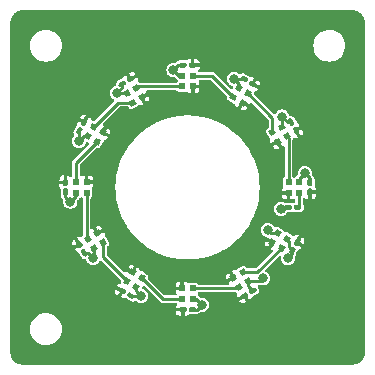
<source format=gtl>
G04 #@! TF.GenerationSoftware,KiCad,Pcbnew,7.0.5.1-1-g8f565ef7f0-dirty-deb11*
G04 #@! TF.CreationDate,2023-06-02T15:46:41+00:00*
G04 #@! TF.ProjectId,pedalboard-led-ring,70656461-6c62-46f6-9172-642d6c65642d,1.0.0*
G04 #@! TF.SameCoordinates,Original*
G04 #@! TF.FileFunction,Copper,L1,Top*
G04 #@! TF.FilePolarity,Positive*
%FSLAX46Y46*%
G04 Gerber Fmt 4.6, Leading zero omitted, Abs format (unit mm)*
G04 Created by KiCad (PCBNEW 7.0.5.1-1-g8f565ef7f0-dirty-deb11) date 2023-06-02 15:46:41*
%MOMM*%
%LPD*%
G01*
G04 APERTURE LIST*
G04 #@! TA.AperFunction,SMDPad,CuDef*
%ADD10R,0.500000X0.500000*%
G04 #@! TD*
G04 #@! TA.AperFunction,ViaPad*
%ADD11C,0.800000*%
G04 #@! TD*
G04 #@! TA.AperFunction,Conductor*
%ADD12C,0.250000*%
G04 #@! TD*
G04 APERTURE END LIST*
G04 #@! TA.AperFunction,SMDPad,CuDef*
G36*
G01*
X-8514260Y-5752869D02*
X-8687466Y-5852869D01*
G75*
G02*
X-8824069Y-5816266I-50000J86603D01*
G01*
X-9041569Y-5439544D01*
G75*
G02*
X-9004966Y-5302941I86603J50000D01*
G01*
X-8831760Y-5202941D01*
G75*
G02*
X-8695157Y-5239544I50000J-86603D01*
G01*
X-8477657Y-5616266D01*
G75*
G02*
X-8514260Y-5752869I-86603J-50000D01*
G01*
G37*
G04 #@! TD.AperFunction*
G04 #@! TA.AperFunction,SMDPad,CuDef*
G36*
G01*
X-8921760Y-5047059D02*
X-9094966Y-5147059D01*
G75*
G02*
X-9231569Y-5110456I-50000J86603D01*
G01*
X-9449069Y-4733734D01*
G75*
G02*
X-9412466Y-4597131I86603J50000D01*
G01*
X-9239260Y-4497131D01*
G75*
G02*
X-9102657Y-4533734I50000J-86603D01*
G01*
X-8885157Y-4910456D01*
G75*
G02*
X-8921760Y-5047059I-86603J-50000D01*
G01*
G37*
G04 #@! TD.AperFunction*
G04 #@! TA.AperFunction,SMDPad,CuDef*
G36*
X4323205Y-7088012D02*
G01*
X4756217Y-6838012D01*
X5006217Y-7271024D01*
X4573205Y-7521024D01*
X4323205Y-7088012D01*
G37*
G04 #@! TD.AperFunction*
G04 #@! TA.AperFunction,SMDPad,CuDef*
G36*
X3543783Y-7538012D02*
G01*
X3976795Y-7288012D01*
X4226795Y-7721024D01*
X3793783Y-7971024D01*
X3543783Y-7538012D01*
G37*
G04 #@! TD.AperFunction*
G04 #@! TA.AperFunction,SMDPad,CuDef*
G36*
X3993783Y-8317434D02*
G01*
X4426795Y-8067434D01*
X4676795Y-8500446D01*
X4243783Y-8750446D01*
X3993783Y-8317434D01*
G37*
G04 #@! TD.AperFunction*
G04 #@! TA.AperFunction,SMDPad,CuDef*
G36*
X4773205Y-7867434D02*
G01*
X5206217Y-7617434D01*
X5456217Y-8050446D01*
X5023205Y-8300446D01*
X4773205Y-7867434D01*
G37*
G04 #@! TD.AperFunction*
D10*
X8550000Y450000D03*
X8550000Y-450000D03*
X9450000Y-450000D03*
X9450000Y450000D03*
X-450000Y8550000D03*
X450000Y8550000D03*
X450000Y9450000D03*
X-450000Y9450000D03*
G04 #@! TA.AperFunction,SMDPad,CuDef*
G36*
X7288012Y-3976795D02*
G01*
X7538012Y-3543783D01*
X7971024Y-3793783D01*
X7721024Y-4226795D01*
X7288012Y-3976795D01*
G37*
G04 #@! TD.AperFunction*
G04 #@! TA.AperFunction,SMDPad,CuDef*
G36*
X6838012Y-4756217D02*
G01*
X7088012Y-4323205D01*
X7521024Y-4573205D01*
X7271024Y-5006217D01*
X6838012Y-4756217D01*
G37*
G04 #@! TD.AperFunction*
G04 #@! TA.AperFunction,SMDPad,CuDef*
G36*
X7617434Y-5206217D02*
G01*
X7867434Y-4773205D01*
X8300446Y-5023205D01*
X8050446Y-5456217D01*
X7617434Y-5206217D01*
G37*
G04 #@! TD.AperFunction*
G04 #@! TA.AperFunction,SMDPad,CuDef*
G36*
X8067434Y-4426795D02*
G01*
X8317434Y-3993783D01*
X8750446Y-4243783D01*
X8500446Y-4676795D01*
X8067434Y-4426795D01*
G37*
G04 #@! TD.AperFunction*
G04 #@! TA.AperFunction,SMDPad,CuDef*
G36*
X-7088012Y-4323205D02*
G01*
X-6838012Y-4756217D01*
X-7271024Y-5006217D01*
X-7521024Y-4573205D01*
X-7088012Y-4323205D01*
G37*
G04 #@! TD.AperFunction*
G04 #@! TA.AperFunction,SMDPad,CuDef*
G36*
X-7538012Y-3543783D02*
G01*
X-7288012Y-3976795D01*
X-7721024Y-4226795D01*
X-7971024Y-3793783D01*
X-7538012Y-3543783D01*
G37*
G04 #@! TD.AperFunction*
G04 #@! TA.AperFunction,SMDPad,CuDef*
G36*
X-8317434Y-3993783D02*
G01*
X-8067434Y-4426795D01*
X-8500446Y-4676795D01*
X-8750446Y-4243783D01*
X-8317434Y-3993783D01*
G37*
G04 #@! TD.AperFunction*
G04 #@! TA.AperFunction,SMDPad,CuDef*
G36*
X-7867434Y-4773205D02*
G01*
X-7617434Y-5206217D01*
X-8050446Y-5456217D01*
X-8300446Y-5023205D01*
X-7867434Y-4773205D01*
G37*
G04 #@! TD.AperFunction*
X450000Y-8550000D03*
X-450000Y-8550000D03*
X-450000Y-9450000D03*
X450000Y-9450000D03*
G04 #@! TA.AperFunction,SMDPad,CuDef*
G36*
G01*
X5752869Y-8514260D02*
X5852869Y-8687466D01*
G75*
G02*
X5816266Y-8824069I-86603J-50000D01*
G01*
X5439544Y-9041569D01*
G75*
G02*
X5302941Y-9004966I-50000J86603D01*
G01*
X5202941Y-8831760D01*
G75*
G02*
X5239544Y-8695157I86603J50000D01*
G01*
X5616266Y-8477657D01*
G75*
G02*
X5752869Y-8514260I50000J-86603D01*
G01*
G37*
G04 #@! TD.AperFunction*
G04 #@! TA.AperFunction,SMDPad,CuDef*
G36*
G01*
X5047059Y-8921760D02*
X5147059Y-9094966D01*
G75*
G02*
X5110456Y-9231569I-86603J-50000D01*
G01*
X4733734Y-9449069D01*
G75*
G02*
X4597131Y-9412466I-50000J86603D01*
G01*
X4497131Y-9239260D01*
G75*
G02*
X4533734Y-9102657I86603J50000D01*
G01*
X4910456Y-8885157D01*
G75*
G02*
X5047059Y-8921760I50000J-86603D01*
G01*
G37*
G04 #@! TD.AperFunction*
X-8550000Y-450000D03*
X-8550000Y450000D03*
X-9450000Y450000D03*
X-9450000Y-450000D03*
G04 #@! TA.AperFunction,SMDPad,CuDef*
G36*
X-7288012Y3976795D02*
G01*
X-7538012Y3543783D01*
X-7971024Y3793783D01*
X-7721024Y4226795D01*
X-7288012Y3976795D01*
G37*
G04 #@! TD.AperFunction*
G04 #@! TA.AperFunction,SMDPad,CuDef*
G36*
X-6838012Y4756217D02*
G01*
X-7088012Y4323205D01*
X-7521024Y4573205D01*
X-7271024Y5006217D01*
X-6838012Y4756217D01*
G37*
G04 #@! TD.AperFunction*
G04 #@! TA.AperFunction,SMDPad,CuDef*
G36*
X-7617434Y5206217D02*
G01*
X-7867434Y4773205D01*
X-8300446Y5023205D01*
X-8050446Y5456217D01*
X-7617434Y5206217D01*
G37*
G04 #@! TD.AperFunction*
G04 #@! TA.AperFunction,SMDPad,CuDef*
G36*
X-8067434Y4426795D02*
G01*
X-8317434Y3993783D01*
X-8750446Y4243783D01*
X-8500446Y4676795D01*
X-8067434Y4426795D01*
G37*
G04 #@! TD.AperFunction*
G04 #@! TA.AperFunction,SMDPad,CuDef*
G36*
G01*
X8794103Y-5677869D02*
X8620897Y-5577869D01*
G75*
G02*
X8584294Y-5441266I50000J86603D01*
G01*
X8801794Y-5064544D01*
G75*
G02*
X8938397Y-5027941I86603J-50000D01*
G01*
X9111603Y-5127941D01*
G75*
G02*
X9148206Y-5264544I-50000J-86603D01*
G01*
X8930706Y-5641266D01*
G75*
G02*
X8794103Y-5677869I-86603J50000D01*
G01*
G37*
G04 #@! TD.AperFunction*
G04 #@! TA.AperFunction,SMDPad,CuDef*
G36*
G01*
X9201603Y-4972059D02*
X9028397Y-4872059D01*
G75*
G02*
X8991794Y-4735456I50000J86603D01*
G01*
X9209294Y-4358734D01*
G75*
G02*
X9345897Y-4322131I86603J-50000D01*
G01*
X9519103Y-4422131D01*
G75*
G02*
X9555706Y-4558734I-50000J-86603D01*
G01*
X9338206Y-4935456D01*
G75*
G02*
X9201603Y-4972059I-86603J50000D01*
G01*
G37*
G04 #@! TD.AperFunction*
G04 #@! TA.AperFunction,SMDPad,CuDef*
G36*
G01*
X-9239260Y4497131D02*
X-9412466Y4597131D01*
G75*
G02*
X-9449069Y4733734I50000J86603D01*
G01*
X-9231569Y5110456D01*
G75*
G02*
X-9094966Y5147059I86603J-50000D01*
G01*
X-8921760Y5047059D01*
G75*
G02*
X-8885157Y4910456I-50000J-86603D01*
G01*
X-9102657Y4533734D01*
G75*
G02*
X-9239260Y4497131I-86603J50000D01*
G01*
G37*
G04 #@! TD.AperFunction*
G04 #@! TA.AperFunction,SMDPad,CuDef*
G36*
G01*
X-8831760Y5202941D02*
X-9004966Y5302941D01*
G75*
G02*
X-9041569Y5439544I50000J86603D01*
G01*
X-8824069Y5816266D01*
G75*
G02*
X-8687466Y5852869I86603J-50000D01*
G01*
X-8514260Y5752869D01*
G75*
G02*
X-8477657Y5616266I-50000J-86603D01*
G01*
X-8695157Y5239544D01*
G75*
G02*
X-8831760Y5202941I-86603J50000D01*
G01*
G37*
G04 #@! TD.AperFunction*
G04 #@! TA.AperFunction,SMDPad,CuDef*
G36*
G01*
X-4497131Y-9239260D02*
X-4597131Y-9412466D01*
G75*
G02*
X-4733734Y-9449069I-86603J50000D01*
G01*
X-5110456Y-9231569D01*
G75*
G02*
X-5147059Y-9094966I50000J86603D01*
G01*
X-5047059Y-8921760D01*
G75*
G02*
X-4910456Y-8885157I86603J-50000D01*
G01*
X-4533734Y-9102657D01*
G75*
G02*
X-4497131Y-9239260I-50000J-86603D01*
G01*
G37*
G04 #@! TD.AperFunction*
G04 #@! TA.AperFunction,SMDPad,CuDef*
G36*
G01*
X-5202941Y-8831760D02*
X-5302941Y-9004966D01*
G75*
G02*
X-5439544Y-9041569I-86603J50000D01*
G01*
X-5816266Y-8824069D01*
G75*
G02*
X-5852869Y-8687466I50000J86603D01*
G01*
X-5752869Y-8514260D01*
G75*
G02*
X-5616266Y-8477657I86603J-50000D01*
G01*
X-5239544Y-8695157D01*
G75*
G02*
X-5202941Y-8831760I-50000J-86603D01*
G01*
G37*
G04 #@! TD.AperFunction*
G04 #@! TA.AperFunction,SMDPad,CuDef*
G36*
G01*
X-10250000Y-725000D02*
X-10450000Y-725000D01*
G75*
G02*
X-10550000Y-625000I0J100000D01*
G01*
X-10550000Y-190000D01*
G75*
G02*
X-10450000Y-90000I100000J0D01*
G01*
X-10250000Y-90000D01*
G75*
G02*
X-10150000Y-190000I0J-100000D01*
G01*
X-10150000Y-625000D01*
G75*
G02*
X-10250000Y-725000I-100000J0D01*
G01*
G37*
G04 #@! TD.AperFunction*
G04 #@! TA.AperFunction,SMDPad,CuDef*
G36*
G01*
X-10250000Y90000D02*
X-10450000Y90000D01*
G75*
G02*
X-10550000Y190000I0J100000D01*
G01*
X-10550000Y625000D01*
G75*
G02*
X-10450000Y725000I100000J0D01*
G01*
X-10250000Y725000D01*
G75*
G02*
X-10150000Y625000I0J-100000D01*
G01*
X-10150000Y190000D01*
G75*
G02*
X-10250000Y90000I-100000J0D01*
G01*
G37*
G04 #@! TD.AperFunction*
G04 #@! TA.AperFunction,SMDPad,CuDef*
G36*
G01*
X725000Y-10250000D02*
X725000Y-10450000D01*
G75*
G02*
X625000Y-10550000I-100000J0D01*
G01*
X190000Y-10550000D01*
G75*
G02*
X90000Y-10450000I0J100000D01*
G01*
X90000Y-10250000D01*
G75*
G02*
X190000Y-10150000I100000J0D01*
G01*
X625000Y-10150000D01*
G75*
G02*
X725000Y-10250000I0J-100000D01*
G01*
G37*
G04 #@! TD.AperFunction*
G04 #@! TA.AperFunction,SMDPad,CuDef*
G36*
G01*
X-90000Y-10250000D02*
X-90000Y-10450000D01*
G75*
G02*
X-190000Y-10550000I-100000J0D01*
G01*
X-625000Y-10550000D01*
G75*
G02*
X-725000Y-10450000I0J100000D01*
G01*
X-725000Y-10250000D01*
G75*
G02*
X-625000Y-10150000I100000J0D01*
G01*
X-190000Y-10150000D01*
G75*
G02*
X-90000Y-10250000I0J-100000D01*
G01*
G37*
G04 #@! TD.AperFunction*
G04 #@! TA.AperFunction,SMDPad,CuDef*
G36*
G01*
X4497131Y9239260D02*
X4597131Y9412466D01*
G75*
G02*
X4733734Y9449069I86603J-50000D01*
G01*
X5110456Y9231569D01*
G75*
G02*
X5147059Y9094966I-50000J-86603D01*
G01*
X5047059Y8921760D01*
G75*
G02*
X4910456Y8885157I-86603J50000D01*
G01*
X4533734Y9102657D01*
G75*
G02*
X4497131Y9239260I50000J86603D01*
G01*
G37*
G04 #@! TD.AperFunction*
G04 #@! TA.AperFunction,SMDPad,CuDef*
G36*
G01*
X5202941Y8831760D02*
X5302941Y9004966D01*
G75*
G02*
X5439544Y9041569I86603J-50000D01*
G01*
X5816266Y8824069D01*
G75*
G02*
X5852869Y8687466I-50000J-86603D01*
G01*
X5752869Y8514260D01*
G75*
G02*
X5616266Y8477657I-86603J50000D01*
G01*
X5239544Y8695157D01*
G75*
G02*
X5202941Y8831760I50000J86603D01*
G01*
G37*
G04 #@! TD.AperFunction*
G04 #@! TA.AperFunction,SMDPad,CuDef*
G36*
G01*
X8514260Y5752869D02*
X8687466Y5852869D01*
G75*
G02*
X8824069Y5816266I50000J-86603D01*
G01*
X9041569Y5439544D01*
G75*
G02*
X9004966Y5302941I-86603J-50000D01*
G01*
X8831760Y5202941D01*
G75*
G02*
X8695157Y5239544I-50000J86603D01*
G01*
X8477657Y5616266D01*
G75*
G02*
X8514260Y5752869I86603J50000D01*
G01*
G37*
G04 #@! TD.AperFunction*
G04 #@! TA.AperFunction,SMDPad,CuDef*
G36*
G01*
X8921760Y5047059D02*
X9094966Y5147059D01*
G75*
G02*
X9231569Y5110456I50000J-86603D01*
G01*
X9449069Y4733734D01*
G75*
G02*
X9412466Y4597131I-86603J-50000D01*
G01*
X9239260Y4497131D01*
G75*
G02*
X9102657Y4533734I-50000J86603D01*
G01*
X8885157Y4910456D01*
G75*
G02*
X8921760Y5047059I86603J50000D01*
G01*
G37*
G04 #@! TD.AperFunction*
G04 #@! TA.AperFunction,SMDPad,CuDef*
G36*
G01*
X-5752869Y8514260D02*
X-5852869Y8687466D01*
G75*
G02*
X-5816266Y8824069I86603J50000D01*
G01*
X-5439544Y9041569D01*
G75*
G02*
X-5302941Y9004966I50000J-86603D01*
G01*
X-5202941Y8831760D01*
G75*
G02*
X-5239544Y8695157I-86603J-50000D01*
G01*
X-5616266Y8477657D01*
G75*
G02*
X-5752869Y8514260I-50000J86603D01*
G01*
G37*
G04 #@! TD.AperFunction*
G04 #@! TA.AperFunction,SMDPad,CuDef*
G36*
G01*
X-5047059Y8921760D02*
X-5147059Y9094966D01*
G75*
G02*
X-5110456Y9231569I86603J50000D01*
G01*
X-4733734Y9449069D01*
G75*
G02*
X-4597131Y9412466I50000J-86603D01*
G01*
X-4497131Y9239260D01*
G75*
G02*
X-4533734Y9102657I-86603J-50000D01*
G01*
X-4910456Y8885157D01*
G75*
G02*
X-5047059Y8921760I-50000J86603D01*
G01*
G37*
G04 #@! TD.AperFunction*
G04 #@! TA.AperFunction,SMDPad,CuDef*
G36*
X7088012Y4323205D02*
G01*
X6838012Y4756217D01*
X7271024Y5006217D01*
X7521024Y4573205D01*
X7088012Y4323205D01*
G37*
G04 #@! TD.AperFunction*
G04 #@! TA.AperFunction,SMDPad,CuDef*
G36*
X7538012Y3543783D02*
G01*
X7288012Y3976795D01*
X7721024Y4226795D01*
X7971024Y3793783D01*
X7538012Y3543783D01*
G37*
G04 #@! TD.AperFunction*
G04 #@! TA.AperFunction,SMDPad,CuDef*
G36*
X8317434Y3993783D02*
G01*
X8067434Y4426795D01*
X8500446Y4676795D01*
X8750446Y4243783D01*
X8317434Y3993783D01*
G37*
G04 #@! TD.AperFunction*
G04 #@! TA.AperFunction,SMDPad,CuDef*
G36*
X7867434Y4773205D02*
G01*
X7617434Y5206217D01*
X8050446Y5456217D01*
X8300446Y5023205D01*
X7867434Y4773205D01*
G37*
G04 #@! TD.AperFunction*
G04 #@! TA.AperFunction,SMDPad,CuDef*
G36*
G01*
X10250000Y725000D02*
X10450000Y725000D01*
G75*
G02*
X10550000Y625000I0J-100000D01*
G01*
X10550000Y190000D01*
G75*
G02*
X10450000Y90000I-100000J0D01*
G01*
X10250000Y90000D01*
G75*
G02*
X10150000Y190000I0J100000D01*
G01*
X10150000Y625000D01*
G75*
G02*
X10250000Y725000I100000J0D01*
G01*
G37*
G04 #@! TD.AperFunction*
G04 #@! TA.AperFunction,SMDPad,CuDef*
G36*
G01*
X10250000Y-90000D02*
X10450000Y-90000D01*
G75*
G02*
X10550000Y-190000I0J-100000D01*
G01*
X10550000Y-625000D01*
G75*
G02*
X10450000Y-725000I-100000J0D01*
G01*
X10250000Y-725000D01*
G75*
G02*
X10150000Y-625000I0J100000D01*
G01*
X10150000Y-190000D01*
G75*
G02*
X10250000Y-90000I100000J0D01*
G01*
G37*
G04 #@! TD.AperFunction*
G04 #@! TA.AperFunction,SMDPad,CuDef*
G36*
X-4323205Y7088012D02*
G01*
X-4756217Y6838012D01*
X-5006217Y7271024D01*
X-4573205Y7521024D01*
X-4323205Y7088012D01*
G37*
G04 #@! TD.AperFunction*
G04 #@! TA.AperFunction,SMDPad,CuDef*
G36*
X-3543783Y7538012D02*
G01*
X-3976795Y7288012D01*
X-4226795Y7721024D01*
X-3793783Y7971024D01*
X-3543783Y7538012D01*
G37*
G04 #@! TD.AperFunction*
G04 #@! TA.AperFunction,SMDPad,CuDef*
G36*
X-3993783Y8317434D02*
G01*
X-4426795Y8067434D01*
X-4676795Y8500446D01*
X-4243783Y8750446D01*
X-3993783Y8317434D01*
G37*
G04 #@! TD.AperFunction*
G04 #@! TA.AperFunction,SMDPad,CuDef*
G36*
X-4773205Y7867434D02*
G01*
X-5206217Y7617434D01*
X-5456217Y8050446D01*
X-5023205Y8300446D01*
X-4773205Y7867434D01*
G37*
G04 #@! TD.AperFunction*
G04 #@! TA.AperFunction,SMDPad,CuDef*
G36*
X-3976795Y-7288012D02*
G01*
X-3543783Y-7538012D01*
X-3793783Y-7971024D01*
X-4226795Y-7721024D01*
X-3976795Y-7288012D01*
G37*
G04 #@! TD.AperFunction*
G04 #@! TA.AperFunction,SMDPad,CuDef*
G36*
X-4756217Y-6838012D02*
G01*
X-4323205Y-7088012D01*
X-4573205Y-7521024D01*
X-5006217Y-7271024D01*
X-4756217Y-6838012D01*
G37*
G04 #@! TD.AperFunction*
G04 #@! TA.AperFunction,SMDPad,CuDef*
G36*
X-5206217Y-7617434D02*
G01*
X-4773205Y-7867434D01*
X-5023205Y-8300446D01*
X-5456217Y-8050446D01*
X-5206217Y-7617434D01*
G37*
G04 #@! TD.AperFunction*
G04 #@! TA.AperFunction,SMDPad,CuDef*
G36*
X-4426795Y-8067434D02*
G01*
X-3993783Y-8317434D01*
X-4243783Y-8750446D01*
X-4676795Y-8500446D01*
X-4426795Y-8067434D01*
G37*
G04 #@! TD.AperFunction*
G04 #@! TA.AperFunction,SMDPad,CuDef*
G36*
X3976795Y7288012D02*
G01*
X3543783Y7538012D01*
X3793783Y7971024D01*
X4226795Y7721024D01*
X3976795Y7288012D01*
G37*
G04 #@! TD.AperFunction*
G04 #@! TA.AperFunction,SMDPad,CuDef*
G36*
X4756217Y6838012D02*
G01*
X4323205Y7088012D01*
X4573205Y7521024D01*
X5006217Y7271024D01*
X4756217Y6838012D01*
G37*
G04 #@! TD.AperFunction*
G04 #@! TA.AperFunction,SMDPad,CuDef*
G36*
X5206217Y7617434D02*
G01*
X4773205Y7867434D01*
X5023205Y8300446D01*
X5456217Y8050446D01*
X5206217Y7617434D01*
G37*
G04 #@! TD.AperFunction*
G04 #@! TA.AperFunction,SMDPad,CuDef*
G36*
X4426795Y8067434D02*
G01*
X3993783Y8317434D01*
X4243783Y8750446D01*
X4676795Y8500446D01*
X4426795Y8067434D01*
G37*
G04 #@! TD.AperFunction*
G04 #@! TA.AperFunction,SMDPad,CuDef*
G36*
G01*
X9635000Y-1580000D02*
X9635000Y-1780000D01*
G75*
G02*
X9535000Y-1880000I-100000J0D01*
G01*
X9100000Y-1880000D01*
G75*
G02*
X9000000Y-1780000I0J100000D01*
G01*
X9000000Y-1580000D01*
G75*
G02*
X9100000Y-1480000I100000J0D01*
G01*
X9535000Y-1480000D01*
G75*
G02*
X9635000Y-1580000I0J-100000D01*
G01*
G37*
G04 #@! TD.AperFunction*
G04 #@! TA.AperFunction,SMDPad,CuDef*
G36*
G01*
X8820000Y-1580000D02*
X8820000Y-1780000D01*
G75*
G02*
X8720000Y-1880000I-100000J0D01*
G01*
X8285000Y-1880000D01*
G75*
G02*
X8185000Y-1780000I0J100000D01*
G01*
X8185000Y-1580000D01*
G75*
G02*
X8285000Y-1480000I100000J0D01*
G01*
X8720000Y-1480000D01*
G75*
G02*
X8820000Y-1580000I0J-100000D01*
G01*
G37*
G04 #@! TD.AperFunction*
G04 #@! TA.AperFunction,SMDPad,CuDef*
G36*
G01*
X-725000Y10250000D02*
X-725000Y10450000D01*
G75*
G02*
X-625000Y10550000I100000J0D01*
G01*
X-190000Y10550000D01*
G75*
G02*
X-90000Y10450000I0J-100000D01*
G01*
X-90000Y10250000D01*
G75*
G02*
X-190000Y10150000I-100000J0D01*
G01*
X-625000Y10150000D01*
G75*
G02*
X-725000Y10250000I0J100000D01*
G01*
G37*
G04 #@! TD.AperFunction*
G04 #@! TA.AperFunction,SMDPad,CuDef*
G36*
G01*
X90000Y10250000D02*
X90000Y10450000D01*
G75*
G02*
X190000Y10550000I100000J0D01*
G01*
X625000Y10550000D01*
G75*
G02*
X725000Y10450000I0J-100000D01*
G01*
X725000Y10250000D01*
G75*
G02*
X625000Y10150000I-100000J0D01*
G01*
X190000Y10150000D01*
G75*
G02*
X90000Y10250000I0J100000D01*
G01*
G37*
G04 #@! TD.AperFunction*
D11*
X6800000Y-3600000D03*
X-6000000Y8000000D03*
X9928203Y1196152D03*
X-9928203Y-1196152D03*
X-3928203Y-9196152D03*
X1196152Y-9928203D03*
X3928203Y9196152D03*
X-8000000Y-6000000D03*
X6400000Y-7700000D03*
X-9196152Y3928203D03*
X8000000Y6000000D03*
X8500000Y-6000000D03*
X-1196152Y9928203D03*
X12000000Y-2100000D03*
X5900000Y-12000000D03*
X12000000Y-3100000D03*
X12000000Y-4100000D03*
X7900000Y-12000000D03*
X6900000Y-12000000D03*
X7910000Y-1820000D03*
D12*
X8550000Y450000D02*
X8550000Y4194229D01*
X8550000Y4194229D02*
X8408940Y4335289D01*
X9450000Y-450000D02*
X9450000Y-1547500D01*
X9450000Y-1547500D02*
X9317500Y-1680000D01*
X7179518Y4664711D02*
X7179518Y5894133D01*
X7179518Y5894133D02*
X5114711Y7958940D01*
X3885289Y7629518D02*
X2064807Y9450000D01*
X2064807Y9450000D02*
X450000Y9450000D01*
X-450000Y8550000D02*
X-4194229Y8550000D01*
X-4194229Y8550000D02*
X-4335289Y8408940D01*
X-5894133Y7179518D02*
X-7958940Y5114711D01*
X-4664711Y7179518D02*
X-5894133Y7179518D01*
X-9450000Y2064807D02*
X-9450000Y450000D01*
X-7629518Y3885289D02*
X-9450000Y2064807D01*
X7629518Y-3885289D02*
X7085289Y-3885289D01*
X7085289Y-3885289D02*
X6800000Y-3600000D01*
X774355Y-10350000D02*
X1196152Y-9928203D01*
X450000Y-9450000D02*
X717949Y-9450000D01*
X-5527905Y8759613D02*
X-5527905Y8472095D01*
X-4335289Y-8789066D02*
X-3928203Y-9196152D01*
X-10350000Y-774355D02*
X-9928203Y-1196152D01*
X8866250Y-5633750D02*
X8500000Y-6000000D01*
X5114711Y-7958940D02*
X6141060Y-7958940D01*
X717949Y-9450000D02*
X1196152Y-9928203D01*
X-3957242Y-9167113D02*
X-3928203Y-9196152D01*
X-8472095Y-5527905D02*
X-8000000Y-6000000D01*
X-8408940Y4335289D02*
X-8789066Y4335289D01*
X4822095Y9167113D02*
X3957242Y9167113D01*
X-9450000Y-450000D02*
X-9450000Y-717949D01*
X-7958940Y-5958940D02*
X-8000000Y-6000000D01*
X-9167113Y4822095D02*
X-9167113Y3957242D01*
X8605446Y-5062101D02*
X8896250Y-5352905D01*
X-717949Y9450000D02*
X-1196152Y9928203D01*
X-407500Y10350000D02*
X-774355Y10350000D01*
X7958940Y5958940D02*
X8000000Y6000000D01*
X-5958940Y7958940D02*
X-6000000Y8000000D01*
X-5114711Y7958940D02*
X-5958940Y7958940D01*
X407500Y-10350000D02*
X774355Y-10350000D01*
X-7958940Y-5114711D02*
X-7958940Y-5958940D01*
X9450000Y717949D02*
X9928203Y1196152D01*
X4335289Y8789066D02*
X3928203Y9196152D01*
X5114711Y-8346419D02*
X5527905Y-8759613D01*
X10350000Y407500D02*
X10350000Y774355D01*
X-4335289Y-8408940D02*
X-4335289Y-8789066D01*
X-450000Y9450000D02*
X-717949Y9450000D01*
X-774355Y10350000D02*
X-1196152Y9928203D01*
X-10350000Y-407500D02*
X-10350000Y-774355D01*
X5114711Y-7958940D02*
X5114711Y-8346419D01*
X8408940Y-4335289D02*
X8605446Y-4531795D01*
X3957242Y9167113D02*
X3928203Y9196152D01*
X8866250Y-5352905D02*
X8866250Y-5633750D01*
X-8759613Y-5527905D02*
X-8472095Y-5527905D01*
X7958940Y5114711D02*
X7958940Y5958940D01*
X-4822095Y-9167113D02*
X-3957242Y-9167113D01*
X8605446Y-4531795D02*
X8605446Y-5062101D01*
X-8789066Y4335289D02*
X-9196152Y3928203D01*
X10350000Y774355D02*
X9928203Y1196152D01*
X8759613Y5527905D02*
X8472095Y5527905D01*
X9450000Y450000D02*
X9450000Y717949D01*
X-9167113Y3957242D02*
X-9196152Y3928203D01*
X-5527905Y8472095D02*
X-6000000Y8000000D01*
X6141060Y-7958940D02*
X6400000Y-7700000D01*
X-9450000Y-717949D02*
X-9928203Y-1196152D01*
X4335289Y8408940D02*
X4335289Y8789066D01*
X8472095Y5527905D02*
X8000000Y6000000D01*
X-8550000Y-450000D02*
X-8550000Y-4194229D01*
X-8550000Y-4194229D02*
X-8408940Y-4335289D01*
X-7179518Y-5894133D02*
X-5114711Y-7958940D01*
X-7179518Y-4664711D02*
X-7179518Y-5894133D01*
X-3885289Y-7629518D02*
X-2064807Y-9450000D01*
X-2064807Y-9450000D02*
X-450000Y-9450000D01*
X5894133Y-7179518D02*
X7958940Y-5114711D01*
X4664711Y-7179518D02*
X5894133Y-7179518D01*
X4194229Y-8550000D02*
X4335289Y-8408940D01*
X450000Y-8550000D02*
X4194229Y-8550000D01*
X8360000Y-1680000D02*
X8050000Y-1990000D01*
G04 #@! TA.AperFunction,Conductor*
G36*
X14002140Y14999313D02*
G01*
X14045464Y14995523D01*
X14173816Y14982881D01*
X14189696Y14979992D01*
X14257626Y14961791D01*
X14259036Y14961388D01*
X14353264Y14932804D01*
X14366359Y14927793D01*
X14435690Y14895464D01*
X14438085Y14894267D01*
X14522989Y14848885D01*
X14528052Y14845775D01*
X14595221Y14798742D01*
X14598233Y14796457D01*
X14632865Y14768036D01*
X14671280Y14736509D01*
X14674877Y14733249D01*
X14733247Y14674879D01*
X14736512Y14671277D01*
X14796455Y14598235D01*
X14798740Y14595223D01*
X14845773Y14528054D01*
X14848883Y14522991D01*
X14894255Y14438107D01*
X14895462Y14435692D01*
X14927791Y14366361D01*
X14932804Y14353261D01*
X14961364Y14259113D01*
X14961809Y14257555D01*
X14979986Y14189718D01*
X14982882Y14173798D01*
X14995520Y14045475D01*
X14999311Y14002157D01*
X14999500Y13997839D01*
X14999500Y-13997837D01*
X14999311Y-14002155D01*
X14995520Y-14045473D01*
X14982882Y-14173796D01*
X14979986Y-14189716D01*
X14961809Y-14257553D01*
X14961364Y-14259111D01*
X14932804Y-14353259D01*
X14927791Y-14366359D01*
X14895462Y-14435690D01*
X14894255Y-14438105D01*
X14848883Y-14522989D01*
X14845773Y-14528052D01*
X14798740Y-14595221D01*
X14796455Y-14598233D01*
X14736512Y-14671275D01*
X14733247Y-14674877D01*
X14674877Y-14733247D01*
X14671275Y-14736512D01*
X14598233Y-14796455D01*
X14595221Y-14798740D01*
X14528052Y-14845773D01*
X14522989Y-14848883D01*
X14438105Y-14894255D01*
X14435690Y-14895462D01*
X14366359Y-14927791D01*
X14353259Y-14932804D01*
X14259111Y-14961364D01*
X14257553Y-14961809D01*
X14189716Y-14979986D01*
X14173796Y-14982882D01*
X14045473Y-14995520D01*
X14002156Y-14999311D01*
X13997838Y-14999500D01*
X-13997838Y-14999500D01*
X-14002156Y-14999311D01*
X-14045475Y-14995520D01*
X-14173798Y-14982882D01*
X-14189716Y-14979986D01*
X-14226609Y-14970101D01*
X-14257555Y-14961809D01*
X-14259113Y-14961364D01*
X-14353261Y-14932804D01*
X-14366361Y-14927791D01*
X-14435692Y-14895462D01*
X-14438107Y-14894255D01*
X-14522991Y-14848883D01*
X-14528054Y-14845773D01*
X-14595223Y-14798740D01*
X-14598235Y-14796455D01*
X-14671277Y-14736512D01*
X-14674879Y-14733247D01*
X-14733249Y-14674877D01*
X-14736514Y-14671275D01*
X-14796457Y-14598233D01*
X-14798742Y-14595221D01*
X-14845775Y-14528052D01*
X-14848885Y-14522989D01*
X-14894267Y-14438085D01*
X-14895464Y-14435690D01*
X-14927793Y-14366359D01*
X-14932806Y-14353259D01*
X-14961388Y-14259036D01*
X-14961791Y-14257626D01*
X-14979992Y-14189696D01*
X-14982881Y-14173816D01*
X-14995525Y-14045439D01*
X-14999313Y-14002139D01*
X-14999501Y-13997863D01*
X-14999501Y-12000004D01*
X-13355659Y-12000004D01*
X-13335065Y-12235400D01*
X-13273902Y-12463667D01*
X-13174041Y-12677818D01*
X-13174037Y-12677826D01*
X-13174036Y-12677828D01*
X-13174035Y-12677829D01*
X-13038495Y-12871401D01*
X-12871401Y-13038495D01*
X-12677829Y-13174035D01*
X-12677828Y-13174035D01*
X-12677827Y-13174036D01*
X-12677819Y-13174040D01*
X-12463667Y-13273901D01*
X-12463663Y-13273903D01*
X-12235408Y-13335063D01*
X-12235404Y-13335063D01*
X-12235401Y-13335064D01*
X-12058974Y-13350500D01*
X-12058966Y-13350500D01*
X-11941026Y-13350500D01*
X-11764600Y-13335064D01*
X-11764599Y-13335063D01*
X-11764592Y-13335063D01*
X-11536337Y-13273903D01*
X-11322171Y-13174035D01*
X-11128599Y-13038495D01*
X-10961505Y-12871401D01*
X-10825965Y-12677830D01*
X-10726097Y-12463663D01*
X-10664937Y-12235408D01*
X-10644341Y-12000000D01*
X-10664937Y-11764592D01*
X-10726097Y-11536337D01*
X-10825965Y-11322171D01*
X-10961505Y-11128599D01*
X-11128599Y-10961505D01*
X-11128603Y-10961502D01*
X-11128604Y-10961501D01*
X-11322174Y-10825963D01*
X-11322182Y-10825959D01*
X-11536334Y-10726098D01*
X-11536333Y-10726098D01*
X-11660071Y-10692943D01*
X-11764592Y-10664937D01*
X-11764593Y-10664936D01*
X-11764600Y-10664935D01*
X-11941026Y-10649500D01*
X-11941034Y-10649500D01*
X-12058966Y-10649500D01*
X-12058974Y-10649500D01*
X-12235401Y-10664935D01*
X-12463668Y-10726098D01*
X-12677819Y-10825959D01*
X-12677827Y-10825963D01*
X-12871397Y-10961501D01*
X-13038499Y-11128603D01*
X-13174036Y-11322171D01*
X-13273903Y-11536337D01*
X-13335065Y-11764599D01*
X-13355659Y-11999995D01*
X-13355659Y-12000004D01*
X-14999501Y-12000004D01*
X-14999501Y-10500000D01*
X-1022066Y-10500000D01*
X-1010167Y-10575142D01*
X-1010166Y-10575145D01*
X-952641Y-10688044D01*
X-863044Y-10777641D01*
X-750152Y-10835163D01*
X-750148Y-10835164D01*
X-656485Y-10849999D01*
X-557500Y-10849999D01*
X-557500Y-10500001D01*
X-557501Y-10500000D01*
X-1022066Y-10500000D01*
X-14999501Y-10500000D01*
X-14999501Y-8779798D01*
X-6169033Y-8779798D01*
X-6136239Y-8902189D01*
X-6136237Y-8902192D01*
X-6067232Y-9008450D01*
X-5993529Y-9068134D01*
X-5993521Y-9068140D01*
X-5907810Y-9117624D01*
X-5732811Y-8814517D01*
X-6135137Y-8582234D01*
X-6162402Y-8653260D01*
X-6162403Y-8653267D01*
X-6169033Y-8779792D01*
X-6169033Y-8779798D01*
X-14999501Y-8779798D01*
X-14999500Y-4641407D01*
X-9765233Y-4641407D01*
X-9758603Y-4767932D01*
X-9758602Y-4767936D01*
X-9724616Y-4856470D01*
X-9724611Y-4856481D01*
X-9675127Y-4942189D01*
X-9675126Y-4942189D01*
X-9372019Y-4767190D01*
X-9604301Y-4364865D01*
X-9663432Y-4412749D01*
X-9732437Y-4519007D01*
X-9732439Y-4519010D01*
X-9765233Y-4641401D01*
X-9765233Y-4641407D01*
X-14999500Y-4641407D01*
X-14999500Y158515D01*
X-10849999Y158515D01*
X-10835167Y64859D01*
X-10835164Y64849D01*
X-10777642Y-48043D01*
X-10777083Y-48602D01*
X-10776724Y-49306D01*
X-10773060Y-54350D01*
X-10773859Y-54930D01*
X-10749306Y-103119D01*
X-10748746Y-130012D01*
X-10750500Y-145135D01*
X-10750500Y-669860D01*
X-10750499Y-669863D01*
X-10747586Y-694990D01*
X-10735544Y-722261D01*
X-10702206Y-797765D01*
X-10692939Y-807032D01*
X-10665448Y-859841D01*
X-10660588Y-887400D01*
X-10659836Y-888703D01*
X-10649946Y-912579D01*
X-10649557Y-914034D01*
X-10649554Y-914039D01*
X-10628850Y-943608D01*
X-10626029Y-947636D01*
X-10623712Y-951273D01*
X-10608033Y-978429D01*
X-10603194Y-986810D01*
X-10571776Y-1013173D01*
X-10568590Y-1016092D01*
X-10551497Y-1033184D01*
X-10523720Y-1087701D01*
X-10523348Y-1116109D01*
X-10533885Y-1196150D01*
X-10533885Y-1196152D01*
X-10513248Y-1352910D01*
X-10513246Y-1352918D01*
X-10452741Y-1498990D01*
X-10452741Y-1498991D01*
X-10425006Y-1535136D01*
X-10356485Y-1624434D01*
X-10231044Y-1720688D01*
X-10084965Y-1781196D01*
X-9967394Y-1796674D01*
X-9928204Y-1801834D01*
X-9928203Y-1801834D01*
X-9928202Y-1801834D01*
X-9896851Y-1797706D01*
X-9771441Y-1781196D01*
X-9625362Y-1720688D01*
X-9499921Y-1624434D01*
X-9403667Y-1498993D01*
X-9343159Y-1352914D01*
X-9322521Y-1196152D01*
X-9333060Y-1116107D01*
X-9321911Y-1055949D01*
X-9304914Y-1033188D01*
X-9231406Y-959680D01*
X-9228239Y-956778D01*
X-9196806Y-930404D01*
X-9196802Y-930395D01*
X-9192385Y-925134D01*
X-9140498Y-892709D01*
X-9135855Y-891669D01*
X-9121774Y-888868D01*
X-9121774Y-888867D01*
X-9121769Y-888867D01*
X-9055448Y-844552D01*
X-9055446Y-844547D01*
X-9055004Y-844253D01*
X-8996116Y-827644D01*
X-8944998Y-844254D01*
X-8919497Y-861294D01*
X-8881618Y-909344D01*
X-8875500Y-943608D01*
X-8875500Y-4041916D01*
X-8894407Y-4100107D01*
X-8909221Y-4116345D01*
X-8912630Y-4119334D01*
X-8912631Y-4119335D01*
X-8930888Y-4156358D01*
X-8973582Y-4200185D01*
X-9033884Y-4210546D01*
X-9045301Y-4208198D01*
X-9146928Y-4180967D01*
X-9146934Y-4180967D01*
X-9273459Y-4187597D01*
X-9273466Y-4187598D01*
X-9344492Y-4214863D01*
X-9112209Y-4617191D01*
X-9011710Y-4791262D01*
X-8998989Y-4851111D01*
X-9023876Y-4907006D01*
X-9047947Y-4926499D01*
X-9525126Y-5201998D01*
X-9475636Y-5287717D01*
X-9415953Y-5361420D01*
X-9309693Y-5430426D01*
X-9308934Y-5430630D01*
X-9308275Y-5431058D01*
X-9302572Y-5433597D01*
X-9302974Y-5434499D01*
X-9257617Y-5463950D01*
X-9243680Y-5486968D01*
X-9237642Y-5500933D01*
X-9237631Y-5500956D01*
X-8975275Y-5955366D01*
X-8960185Y-5975673D01*
X-8879681Y-6034542D01*
X-8869500Y-6041987D01*
X-8760981Y-6071065D01*
X-8694817Y-6063904D01*
X-8634931Y-6076440D01*
X-8593850Y-6121783D01*
X-8586014Y-6149402D01*
X-8585046Y-6156757D01*
X-8585044Y-6156762D01*
X-8524538Y-6302838D01*
X-8524538Y-6302839D01*
X-8524536Y-6302841D01*
X-8428282Y-6428282D01*
X-8302841Y-6524536D01*
X-8302840Y-6524536D01*
X-8302839Y-6524537D01*
X-8251539Y-6545786D01*
X-8156762Y-6585044D01*
X-8039191Y-6600522D01*
X-8000001Y-6605682D01*
X-8000000Y-6605682D01*
X-7999999Y-6605682D01*
X-7968648Y-6601554D01*
X-7843238Y-6585044D01*
X-7697159Y-6524536D01*
X-7571718Y-6428282D01*
X-7475464Y-6302841D01*
X-7460603Y-6266962D01*
X-7420866Y-6220436D01*
X-7361371Y-6206152D01*
X-7304843Y-6229567D01*
X-7299134Y-6234843D01*
X-5664747Y-7869230D01*
X-5636970Y-7923747D01*
X-5641005Y-7971055D01*
X-5658896Y-8023759D01*
X-5658896Y-8023765D01*
X-5656196Y-8064953D01*
X-5671256Y-8124256D01*
X-5718298Y-8163381D01*
X-5729360Y-8167056D01*
X-5830992Y-8194288D01*
X-5830993Y-8194289D01*
X-5937253Y-8263295D01*
X-5937254Y-8263295D01*
X-5985137Y-8322424D01*
X-5408738Y-8655208D01*
X-5367797Y-8700678D01*
X-5361401Y-8761528D01*
X-5372501Y-8790445D01*
X-5471668Y-8962209D01*
X-5648002Y-9267623D01*
X-5562280Y-9317115D01*
X-5473747Y-9351101D01*
X-5473740Y-9351103D01*
X-5347217Y-9357733D01*
X-5347210Y-9357732D01*
X-5346459Y-9357531D01*
X-5345682Y-9357571D01*
X-5339463Y-9356918D01*
X-5339360Y-9357902D01*
X-5285358Y-9360727D01*
X-5261776Y-9373695D01*
X-5249557Y-9382776D01*
X-5213372Y-9403667D01*
X-4795131Y-9645137D01*
X-4795124Y-9645140D01*
X-4795118Y-9645143D01*
X-4771916Y-9655176D01*
X-4771915Y-9655176D01*
X-4771913Y-9655177D01*
X-4660219Y-9667265D01*
X-4551700Y-9638187D01*
X-4497978Y-9598901D01*
X-4439849Y-9579816D01*
X-4381600Y-9598544D01*
X-4361004Y-9618546D01*
X-4356485Y-9624434D01*
X-4356481Y-9624437D01*
X-4356480Y-9624438D01*
X-4355273Y-9625364D01*
X-4231044Y-9720688D01*
X-4231043Y-9720688D01*
X-4231042Y-9720689D01*
X-4092123Y-9778231D01*
X-4084965Y-9781196D01*
X-3984617Y-9794407D01*
X-3928204Y-9801834D01*
X-3928203Y-9801834D01*
X-3928202Y-9801834D01*
X-3896851Y-9797706D01*
X-3771441Y-9781196D01*
X-3625362Y-9720688D01*
X-3499921Y-9624434D01*
X-3403667Y-9498993D01*
X-3343159Y-9352914D01*
X-3322521Y-9196152D01*
X-3343159Y-9039390D01*
X-3359894Y-8998987D01*
X-3403666Y-8893313D01*
X-3403666Y-8893312D01*
X-3499917Y-8767875D01*
X-3499918Y-8767874D01*
X-3499921Y-8767870D01*
X-3499926Y-8767866D01*
X-3499927Y-8767865D01*
X-3594685Y-8695155D01*
X-3625362Y-8671616D01*
X-3625363Y-8671615D01*
X-3625365Y-8671614D01*
X-3771441Y-8611108D01*
X-3771445Y-8611106D01*
X-3773600Y-8610823D01*
X-3775005Y-8610152D01*
X-3777710Y-8609428D01*
X-3777576Y-8608926D01*
X-3828823Y-8584479D01*
X-3858015Y-8530707D01*
X-3850026Y-8470045D01*
X-3846419Y-8463190D01*
X-3810271Y-8400581D01*
X-3801709Y-8375357D01*
X-3765103Y-8326333D01*
X-3706670Y-8308187D01*
X-3648731Y-8327853D01*
X-3637959Y-8337175D01*
X-2306539Y-9668596D01*
X-2303620Y-9671782D01*
X-2277262Y-9703194D01*
X-2241733Y-9723707D01*
X-2238098Y-9726022D01*
X-2204491Y-9749554D01*
X-2203040Y-9749942D01*
X-2179148Y-9759840D01*
X-2177853Y-9760588D01*
X-2168953Y-9762157D01*
X-2137442Y-9767713D01*
X-2133263Y-9768638D01*
X-2093614Y-9779263D01*
X-2052742Y-9775687D01*
X-2048442Y-9775500D01*
X-955193Y-9775500D01*
X-897002Y-9794407D01*
X-861038Y-9843907D01*
X-861038Y-9905093D01*
X-885189Y-9944504D01*
X-952642Y-10011956D01*
X-1010164Y-10124848D01*
X-1010165Y-10124852D01*
X-1022067Y-10200000D01*
X-356500Y-10200000D01*
X-298309Y-10218907D01*
X-262345Y-10268407D01*
X-257500Y-10299000D01*
X-257500Y-10849998D01*
X-257499Y-10849999D01*
X-158517Y-10849999D01*
X-158515Y-10849998D01*
X-64859Y-10835166D01*
X-64852Y-10835164D01*
X48043Y-10777641D01*
X48597Y-10777088D01*
X49296Y-10776731D01*
X54347Y-10773062D01*
X54927Y-10773861D01*
X103111Y-10749306D01*
X130016Y-10748746D01*
X145135Y-10750500D01*
X669864Y-10750499D01*
X694991Y-10747585D01*
X797765Y-10702206D01*
X807028Y-10692942D01*
X859847Y-10665446D01*
X862746Y-10664935D01*
X887400Y-10660588D01*
X888700Y-10659838D01*
X912591Y-10649942D01*
X912819Y-10649880D01*
X914039Y-10649554D01*
X947658Y-10626012D01*
X951266Y-10623714D01*
X986810Y-10603194D01*
X1013193Y-10571750D01*
X1016081Y-10568598D01*
X1033186Y-10551493D01*
X1087701Y-10523718D01*
X1116104Y-10523346D01*
X1196152Y-10533885D01*
X1352914Y-10513247D01*
X1498993Y-10452739D01*
X1624434Y-10356485D01*
X1720688Y-10231044D01*
X1781196Y-10084965D01*
X1801834Y-9928203D01*
X1781196Y-9771441D01*
X1775878Y-9758602D01*
X1720689Y-9625364D01*
X1720689Y-9625363D01*
X1704526Y-9604299D01*
X4364865Y-9604299D01*
X4412747Y-9663430D01*
X4519007Y-9732436D01*
X4519010Y-9732438D01*
X4641401Y-9765232D01*
X4641407Y-9765232D01*
X4767932Y-9758602D01*
X4767936Y-9758601D01*
X4856470Y-9724615D01*
X4856475Y-9724613D01*
X4942189Y-9675125D01*
X4767190Y-9372017D01*
X4364865Y-9604299D01*
X1704526Y-9604299D01*
X1624438Y-9499926D01*
X1624437Y-9499925D01*
X1624434Y-9499921D01*
X1624429Y-9499917D01*
X1624428Y-9499916D01*
X1498990Y-9403665D01*
X1352918Y-9343160D01*
X1352910Y-9343158D01*
X1196153Y-9322521D01*
X1196150Y-9322521D01*
X1116109Y-9333058D01*
X1055949Y-9321908D01*
X1033184Y-9304909D01*
X959689Y-9231413D01*
X956771Y-9228229D01*
X930404Y-9196806D01*
X925126Y-9192377D01*
X892705Y-9140487D01*
X891675Y-9135889D01*
X888867Y-9121769D01*
X844552Y-9055448D01*
X844254Y-9055002D01*
X827645Y-8996114D01*
X844254Y-8944998D01*
X861293Y-8919498D01*
X909344Y-8881619D01*
X943608Y-8875500D01*
X4041917Y-8875500D01*
X4100108Y-8894407D01*
X4116348Y-8909225D01*
X4119335Y-8912630D01*
X4156356Y-8930886D01*
X4200184Y-8973580D01*
X4210547Y-9033881D01*
X4208198Y-9045299D01*
X4180967Y-9146925D01*
X4180967Y-9146933D01*
X4187597Y-9273458D01*
X4187598Y-9273463D01*
X4214863Y-9344489D01*
X4791262Y-9011708D01*
X4851110Y-8998987D01*
X4907006Y-9023874D01*
X4926499Y-9047945D01*
X5201998Y-9525124D01*
X5287717Y-9475635D01*
X5361420Y-9415952D01*
X5430425Y-9309693D01*
X5430426Y-9309692D01*
X5430630Y-9308933D01*
X5431058Y-9308273D01*
X5433596Y-9302573D01*
X5434498Y-9302974D01*
X5463950Y-9257616D01*
X5486968Y-9243679D01*
X5500940Y-9237639D01*
X5512982Y-9230687D01*
X5844315Y-9039390D01*
X5955368Y-8975273D01*
X5975672Y-8960186D01*
X6041987Y-8869500D01*
X6071065Y-8760981D01*
X6058977Y-8649287D01*
X6048939Y-8626070D01*
X6040299Y-8611106D01*
X5977956Y-8503125D01*
X5937433Y-8432939D01*
X5924712Y-8373092D01*
X5949598Y-8317197D01*
X6002586Y-8286604D01*
X6023170Y-8284440D01*
X6124686Y-8284440D01*
X6128986Y-8284627D01*
X6169867Y-8288204D01*
X6186824Y-8283659D01*
X6238070Y-8283659D01*
X6243234Y-8285042D01*
X6243238Y-8285044D01*
X6347746Y-8298802D01*
X6399999Y-8305682D01*
X6400000Y-8305682D01*
X6400001Y-8305682D01*
X6431352Y-8301554D01*
X6556762Y-8285044D01*
X6702841Y-8224536D01*
X6828282Y-8128282D01*
X6924536Y-8002841D01*
X6985044Y-7856762D01*
X7005682Y-7700000D01*
X7001399Y-7667471D01*
X7000223Y-7658534D01*
X6985044Y-7543238D01*
X6928279Y-7406196D01*
X6924537Y-7397161D01*
X6924537Y-7397160D01*
X6828286Y-7271723D01*
X6828285Y-7271722D01*
X6828282Y-7271718D01*
X6828277Y-7271714D01*
X6828276Y-7271713D01*
X6734921Y-7200080D01*
X6702841Y-7175464D01*
X6596249Y-7131312D01*
X6549724Y-7091575D01*
X6535440Y-7032081D01*
X6558855Y-6975553D01*
X6564118Y-6969857D01*
X7742728Y-5791247D01*
X7797243Y-5763472D01*
X7857675Y-5773043D01*
X7900940Y-5816308D01*
X7910883Y-5874175D01*
X7894318Y-5999999D01*
X7894318Y-6000000D01*
X7914955Y-6156758D01*
X7914957Y-6156766D01*
X7975462Y-6302838D01*
X7975462Y-6302839D01*
X7975464Y-6302841D01*
X8071718Y-6428282D01*
X8197159Y-6524536D01*
X8197160Y-6524536D01*
X8197161Y-6524537D01*
X8248461Y-6545786D01*
X8343238Y-6585044D01*
X8460809Y-6600522D01*
X8499999Y-6605682D01*
X8500000Y-6605682D01*
X8500001Y-6605682D01*
X8531352Y-6601554D01*
X8656762Y-6585044D01*
X8802841Y-6524536D01*
X8928282Y-6428282D01*
X9024536Y-6302841D01*
X9085044Y-6156762D01*
X9105682Y-6000000D01*
X9095732Y-5924426D01*
X9106882Y-5864267D01*
X9118053Y-5847862D01*
X9119441Y-5846206D01*
X9119444Y-5846205D01*
X9139964Y-5810661D01*
X9142262Y-5807053D01*
X9165804Y-5773434D01*
X9166191Y-5771986D01*
X9176088Y-5748095D01*
X9176838Y-5746795D01*
X9179132Y-5733785D01*
X9183960Y-5706400D01*
X9184890Y-5702202D01*
X9195514Y-5662557D01*
X9194747Y-5653795D01*
X9192236Y-5625088D01*
X9205121Y-5566961D01*
X9344274Y-5325941D01*
X9350316Y-5311967D01*
X9390764Y-5266061D01*
X9415570Y-5255630D01*
X9416329Y-5255426D01*
X9416330Y-5255425D01*
X9522589Y-5186420D01*
X9522590Y-5186420D01*
X9582265Y-5112728D01*
X9582273Y-5112716D01*
X9631761Y-5026998D01*
X9154583Y-4751499D01*
X9113642Y-4706029D01*
X9107246Y-4645179D01*
X9118346Y-4616262D01*
X9132243Y-4592191D01*
X9478654Y-4592191D01*
X9781760Y-4767190D01*
X9831251Y-4681470D01*
X9865238Y-4592936D01*
X9865240Y-4592929D01*
X9871869Y-4466407D01*
X9871869Y-4466401D01*
X9839075Y-4344010D01*
X9839073Y-4344007D01*
X9770068Y-4237749D01*
X9710936Y-4189864D01*
X9478654Y-4592190D01*
X9478654Y-4592191D01*
X9132243Y-4592191D01*
X9218846Y-4442191D01*
X9451127Y-4039863D01*
X9380100Y-4012598D01*
X9380095Y-4012597D01*
X9253570Y-4005967D01*
X9253564Y-4005967D01*
X9131173Y-4038761D01*
X9131170Y-4038763D01*
X9018374Y-4112014D01*
X9016908Y-4109757D01*
X8972460Y-4129533D01*
X8912615Y-4116797D01*
X8896861Y-4105505D01*
X8867802Y-4080021D01*
X8827724Y-4056882D01*
X8400581Y-3810271D01*
X8400579Y-3810270D01*
X8400575Y-3810268D01*
X8344118Y-3791104D01*
X8344113Y-3791103D01*
X8263988Y-3796356D01*
X8204685Y-3781295D01*
X8168722Y-3741353D01*
X8168486Y-3740874D01*
X8168486Y-3740873D01*
X8133208Y-3669335D01*
X8088377Y-3630019D01*
X7621159Y-3360271D01*
X7621157Y-3360270D01*
X7621153Y-3360268D01*
X7564696Y-3341104D01*
X7564692Y-3341104D01*
X7505000Y-3345016D01*
X7485102Y-3346321D01*
X7485101Y-3346321D01*
X7485098Y-3346322D01*
X7463477Y-3356984D01*
X7402925Y-3365761D01*
X7348778Y-3337271D01*
X7328230Y-3306077D01*
X7324537Y-3297162D01*
X7324535Y-3297157D01*
X7228286Y-3171723D01*
X7228285Y-3171722D01*
X7228282Y-3171718D01*
X7228277Y-3171714D01*
X7228276Y-3171713D01*
X7102838Y-3075462D01*
X6956766Y-3014957D01*
X6956758Y-3014955D01*
X6800001Y-2994318D01*
X6799999Y-2994318D01*
X6643241Y-3014955D01*
X6643233Y-3014957D01*
X6497161Y-3075462D01*
X6497160Y-3075462D01*
X6371723Y-3171713D01*
X6371713Y-3171723D01*
X6275462Y-3297160D01*
X6275462Y-3297161D01*
X6214957Y-3443233D01*
X6214955Y-3443241D01*
X6194318Y-3599999D01*
X6194318Y-3600000D01*
X6214955Y-3756758D01*
X6214957Y-3756766D01*
X6275462Y-3902838D01*
X6275462Y-3902839D01*
X6359683Y-4012598D01*
X6371718Y-4028282D01*
X6371722Y-4028285D01*
X6371723Y-4028286D01*
X6385377Y-4038763D01*
X6497159Y-4124536D01*
X6497160Y-4124536D01*
X6497161Y-4124537D01*
X6533751Y-4139693D01*
X6643238Y-4185044D01*
X6696790Y-4192094D01*
X6752015Y-4218435D01*
X6775804Y-4258420D01*
X7298685Y-4560306D01*
X7339626Y-4605776D01*
X7346022Y-4666626D01*
X7334922Y-4695543D01*
X7244593Y-4851999D01*
X7034422Y-5216022D01*
X7034422Y-5216023D01*
X7152742Y-5284335D01*
X7193683Y-5329805D01*
X7200079Y-5390655D01*
X7173246Y-5440075D01*
X5788303Y-6825021D01*
X5733786Y-6852799D01*
X5718299Y-6854018D01*
X5054133Y-6854018D01*
X4995942Y-6835111D01*
X4968397Y-6804518D01*
X4919981Y-6720659D01*
X4880665Y-6675828D01*
X4809127Y-6640550D01*
X4782595Y-6638810D01*
X4729536Y-6635333D01*
X4729532Y-6635333D01*
X4673075Y-6654497D01*
X4205851Y-6924248D01*
X4177183Y-6949389D01*
X4161021Y-6963564D01*
X4161020Y-6963564D01*
X4153691Y-6969993D01*
X4152920Y-6969114D01*
X4110619Y-6998185D01*
X4056883Y-6998888D01*
X4000271Y-6983719D01*
X3888766Y-6995786D01*
X3888764Y-6995787D01*
X3865591Y-7005806D01*
X3740193Y-7078204D01*
X3940193Y-7424614D01*
X4040692Y-7598685D01*
X4053413Y-7658534D01*
X4028526Y-7714429D01*
X4004455Y-7733921D01*
X3483975Y-8034420D01*
X3483975Y-8034421D01*
X3507981Y-8076000D01*
X3520702Y-8135848D01*
X3495815Y-8191744D01*
X3442827Y-8222337D01*
X3422244Y-8224500D01*
X943608Y-8224500D01*
X885417Y-8205593D01*
X861293Y-8180502D01*
X844554Y-8155451D01*
X844552Y-8155448D01*
X844419Y-8155359D01*
X778233Y-8111134D01*
X778231Y-8111133D01*
X778228Y-8111132D01*
X778227Y-8111132D01*
X719758Y-8099501D01*
X719748Y-8099500D01*
X180252Y-8099500D01*
X180249Y-8099500D01*
X112206Y-8113035D01*
X111978Y-8111890D01*
X60802Y-8115913D01*
X13919Y-8089655D01*
X-27523Y-8048213D01*
X-130128Y-8002909D01*
X-155203Y-8000000D01*
X-299999Y-8000000D01*
X-300000Y-8000001D01*
X-300000Y-8601000D01*
X-318907Y-8659191D01*
X-368407Y-8695155D01*
X-399000Y-8700000D01*
X-999998Y-8700000D01*
X-999999Y-8700001D01*
X-999999Y-8844791D01*
X-997091Y-8869874D01*
X-948081Y-8980870D01*
X-950185Y-8981798D01*
X-936504Y-9028242D01*
X-957016Y-9085886D01*
X-1007493Y-9120466D01*
X-1035466Y-9124500D01*
X-1888972Y-9124500D01*
X-1947163Y-9105593D01*
X-1958976Y-9095504D01*
X-2634755Y-8419725D01*
X-2654482Y-8399998D01*
X-1000000Y-8399998D01*
X-999999Y-8400000D01*
X-600001Y-8400000D01*
X-600000Y-8399999D01*
X-600000Y-8000001D01*
X-600001Y-8000000D01*
X-744790Y-8000000D01*
X-744793Y-8000001D01*
X-769875Y-8002909D01*
X-872478Y-8048213D01*
X-951787Y-8127522D01*
X-997091Y-8230127D01*
X-1000000Y-8255202D01*
X-1000000Y-8399998D01*
X-2654482Y-8399998D01*
X-3335255Y-7719226D01*
X-3363031Y-7664710D01*
X-3358997Y-7617403D01*
X-3341104Y-7564695D01*
X-3344392Y-7514536D01*
X3239490Y-7514536D01*
X3251557Y-7626040D01*
X3251558Y-7626042D01*
X3261582Y-7649226D01*
X3333974Y-7774612D01*
X3333975Y-7774612D01*
X3680383Y-7574613D01*
X3480384Y-7228204D01*
X3354989Y-7300602D01*
X3334723Y-7315662D01*
X3268520Y-7406194D01*
X3268519Y-7406196D01*
X3239490Y-7514534D01*
X3239490Y-7514536D01*
X-3344392Y-7514536D01*
X-3346321Y-7485102D01*
X-3381599Y-7413564D01*
X-3426430Y-7374248D01*
X-3893648Y-7104500D01*
X-3893650Y-7104499D01*
X-3893654Y-7104497D01*
X-3959345Y-7082199D01*
X-3958971Y-7081094D01*
X-4005301Y-7058989D01*
X-4032773Y-7012808D01*
X-4047942Y-6956197D01*
X-4114148Y-6865661D01*
X-4114149Y-6865660D01*
X-4134415Y-6850600D01*
X-4134425Y-6850594D01*
X-4259807Y-6778204D01*
X-4259809Y-6778204D01*
X-4560308Y-7298684D01*
X-4605777Y-7339625D01*
X-4666627Y-7346021D01*
X-4695544Y-7334921D01*
X-4846642Y-7247685D01*
X-5216026Y-7034422D01*
X-5284337Y-7152743D01*
X-5329807Y-7193684D01*
X-5390657Y-7200080D01*
X-5440078Y-7173247D01*
X-5838712Y-6774613D01*
X-5066025Y-6774613D01*
X-4719616Y-6974612D01*
X-4519617Y-6628204D01*
X-4645010Y-6555808D01*
X-4668186Y-6545787D01*
X-4668193Y-6545786D01*
X-4779693Y-6533719D01*
X-4779695Y-6533719D01*
X-4888032Y-6562748D01*
X-4978568Y-6628954D01*
X-4978569Y-6628955D01*
X-4993629Y-6649221D01*
X-4993635Y-6649231D01*
X-5066025Y-6774612D01*
X-5066025Y-6774613D01*
X-5838712Y-6774613D01*
X-6825022Y-5788302D01*
X-6852799Y-5733785D01*
X-6854018Y-5718298D01*
X-6854018Y-5054133D01*
X-6835111Y-4995942D01*
X-6804517Y-4968396D01*
X-6720661Y-4919982D01*
X-6720662Y-4919982D01*
X-6720659Y-4919981D01*
X-6675828Y-4880665D01*
X-6640550Y-4809127D01*
X-6635333Y-4729534D01*
X-6646871Y-4695543D01*
X-6654498Y-4673075D01*
X-6654499Y-4673073D01*
X-6654500Y-4673070D01*
X-6924248Y-4205852D01*
X-6963564Y-4161021D01*
X-6963566Y-4161020D01*
X-6969993Y-4153691D01*
X-6969115Y-4152920D01*
X-6998185Y-4110625D01*
X-6998888Y-4056882D01*
X-6983720Y-4000275D01*
X-6983720Y-4000270D01*
X-6995787Y-3888766D01*
X-6995788Y-3888764D01*
X-7005812Y-3865580D01*
X-7078204Y-3740193D01*
X-7078206Y-3740193D01*
X-7466896Y-3964603D01*
X-7466897Y-3964604D01*
X-7598686Y-4040692D01*
X-7658535Y-4053413D01*
X-7714430Y-4028526D01*
X-7733922Y-4004455D01*
X-8034422Y-3483975D01*
X-8034423Y-3483975D01*
X-8076000Y-3507980D01*
X-8135848Y-3520702D01*
X-8191744Y-3495816D01*
X-8222337Y-3442828D01*
X-8224500Y-3422244D01*
X-8224500Y-3333975D01*
X-7774614Y-3333975D01*
X-7574615Y-3680383D01*
X-7228206Y-3480384D01*
X-7228206Y-3480383D01*
X-7300600Y-3354993D01*
X-7315663Y-3334723D01*
X-7406195Y-3268520D01*
X-7406197Y-3268519D01*
X-7514536Y-3239490D01*
X-7626041Y-3251557D01*
X-7626043Y-3251558D01*
X-7649216Y-3261577D01*
X-7774614Y-3333975D01*
X-8224500Y-3333975D01*
X-8224500Y-943608D01*
X-8205593Y-885417D01*
X-8180502Y-861293D01*
X-8175245Y-857780D01*
X-8155448Y-844552D01*
X-8111133Y-778231D01*
X-8099500Y-719748D01*
X-8099500Y-180252D01*
X-8103824Y-158516D01*
X-8113035Y-112207D01*
X-8111891Y-111979D01*
X-8115918Y-60816D01*
X-8089656Y-13920D01*
X-8075736Y0D01*
X-6105452Y0D01*
X-6085654Y-491285D01*
X-6085654Y-491291D01*
X-6085653Y-491297D01*
X-6085653Y-491306D01*
X-6026391Y-979365D01*
X-6026387Y-979392D01*
X-5928038Y-1461136D01*
X-5928038Y-1461137D01*
X-5791250Y-1933386D01*
X-5791247Y-1933395D01*
X-5719399Y-2122841D01*
X-5616890Y-2393133D01*
X-5601445Y-2425682D01*
X-5407422Y-2834579D01*
X-5406109Y-2837345D01*
X-5160267Y-3263155D01*
X-5110867Y-3334723D01*
X-4880962Y-3667800D01*
X-4570001Y-4048659D01*
X-4229399Y-4403263D01*
X-4229395Y-4403267D01*
X-3956333Y-4645179D01*
X-3861365Y-4729313D01*
X-3861360Y-4729317D01*
X-3468293Y-5024688D01*
X-3312714Y-5123070D01*
X-3052726Y-5287477D01*
X-3052719Y-5287480D01*
X-3052720Y-5287480D01*
X-3052707Y-5287488D01*
X-2672627Y-5486968D01*
X-2617362Y-5515973D01*
X-2165023Y-5708697D01*
X-1971117Y-5773432D01*
X-1698659Y-5864392D01*
X-1698649Y-5864395D01*
X-1698643Y-5864397D01*
X-1221247Y-5982065D01*
X-735931Y-6060936D01*
X-245842Y-6100500D01*
X-245837Y-6100500D01*
X245837Y-6100500D01*
X245842Y-6100500D01*
X735931Y-6060936D01*
X1221247Y-5982065D01*
X1698643Y-5864397D01*
X2165023Y-5708697D01*
X2617362Y-5515973D01*
X2979439Y-5325941D01*
X3052706Y-5287488D01*
X3052711Y-5287484D01*
X3052726Y-5287477D01*
X3468292Y-5024688D01*
X3794320Y-4779694D01*
X6533719Y-4779694D01*
X6562748Y-4888031D01*
X6628954Y-4978567D01*
X6628955Y-4978568D01*
X6649219Y-4993627D01*
X6774613Y-5066023D01*
X6974612Y-4719614D01*
X6628204Y-4519615D01*
X6555808Y-4645009D01*
X6545787Y-4668185D01*
X6545786Y-4668192D01*
X6533719Y-4779692D01*
X6533719Y-4779694D01*
X3794320Y-4779694D01*
X3861365Y-4729313D01*
X4229395Y-4403267D01*
X4569996Y-4048664D01*
X4880959Y-3667803D01*
X5160267Y-3263155D01*
X5406109Y-2837345D01*
X5616890Y-2393133D01*
X5791244Y-1933401D01*
X5791246Y-1933395D01*
X5791249Y-1933386D01*
X5928037Y-1461137D01*
X5928037Y-1461136D01*
X5928039Y-1461130D01*
X6026388Y-979383D01*
X6042759Y-844554D01*
X6054873Y-744791D01*
X8000001Y-744791D01*
X8002909Y-769874D01*
X8048213Y-872477D01*
X8127522Y-951786D01*
X8230127Y-997090D01*
X8255203Y-999999D01*
X8399999Y-999999D01*
X8399999Y-600000D01*
X8000002Y-600000D01*
X8000001Y-600001D01*
X8000001Y-744791D01*
X6054873Y-744791D01*
X6085652Y-491306D01*
X6085652Y-491301D01*
X6085654Y-491285D01*
X6105452Y0D01*
X6085654Y491285D01*
X6085652Y491302D01*
X6085652Y491307D01*
X6026390Y979366D01*
X6026388Y979383D01*
X5928039Y1461130D01*
X5928037Y1461138D01*
X5791249Y1933387D01*
X5791246Y1933396D01*
X5773157Y1981090D01*
X5616890Y2393133D01*
X5406109Y2837345D01*
X5160267Y3263155D01*
X5010324Y3480385D01*
X7228204Y3480385D01*
X7300599Y3354994D01*
X7315662Y3334724D01*
X7406194Y3268521D01*
X7406196Y3268520D01*
X7514535Y3239491D01*
X7626040Y3251558D01*
X7626042Y3251559D01*
X7649222Y3261581D01*
X7774612Y3333976D01*
X7574613Y3680385D01*
X7228204Y3480386D01*
X7228204Y3480385D01*
X5010324Y3480385D01*
X4996842Y3499917D01*
X4880961Y3667801D01*
X4570000Y4048660D01*
X4229398Y4403264D01*
X4197492Y4431530D01*
X3924850Y4673070D01*
X3861364Y4729314D01*
X3861359Y4729318D01*
X3468292Y5024689D01*
X3112691Y5249557D01*
X3052726Y5287477D01*
X3052722Y5287480D01*
X3052719Y5287481D01*
X3052706Y5287489D01*
X2617376Y5515966D01*
X2617372Y5515968D01*
X2617369Y5515970D01*
X2617362Y5515973D01*
X2165023Y5708697D01*
X2165024Y5708697D01*
X2165021Y5708698D01*
X1698658Y5864393D01*
X1698638Y5864399D01*
X1247184Y5975672D01*
X1221247Y5982065D01*
X735931Y6060936D01*
X735925Y6060937D01*
X461028Y6083129D01*
X245842Y6100500D01*
X-245842Y6100500D01*
X-443658Y6084531D01*
X-735926Y6060937D01*
X-1221247Y5982065D01*
X-1698639Y5864399D01*
X-1698659Y5864393D01*
X-2165022Y5708698D01*
X-2323902Y5641005D01*
X-2617362Y5515973D01*
X-2617366Y5515972D01*
X-2617373Y5515968D01*
X-2617377Y5515966D01*
X-3052707Y5287489D01*
X-3052720Y5287481D01*
X-3468293Y5024689D01*
X-3861360Y4729318D01*
X-3861365Y4729314D01*
X-4229399Y4403264D01*
X-4570001Y4048660D01*
X-4880962Y3667801D01*
X-5160266Y3263157D01*
X-5406115Y2837334D01*
X-5616892Y2393128D01*
X-5791247Y1933396D01*
X-5791250Y1933387D01*
X-5928038Y1461138D01*
X-5928038Y1461137D01*
X-6026387Y979393D01*
X-6026391Y979366D01*
X-6085653Y491307D01*
X-6085653Y491298D01*
X-6085654Y491291D01*
X-6085654Y491285D01*
X-6105452Y0D01*
X-8075736Y0D01*
X-8048215Y27522D01*
X-8002910Y130128D01*
X-8000001Y155203D01*
X-8000000Y155205D01*
X-8000000Y299999D01*
X-8000001Y300000D01*
X-8601000Y300000D01*
X-8659191Y318907D01*
X-8695155Y368407D01*
X-8700000Y399000D01*
X-8700000Y600001D01*
X-8400000Y600001D01*
X-8399999Y600000D01*
X-8000002Y600000D01*
X-8000001Y600002D01*
X-8000001Y744791D01*
X-8000002Y744792D01*
X-8002910Y769875D01*
X-8048214Y872478D01*
X-8127523Y951787D01*
X-8230128Y997091D01*
X-8255203Y1000000D01*
X-8399999Y1000000D01*
X-8400000Y999999D01*
X-8400000Y600001D01*
X-8700000Y600001D01*
X-8700000Y999999D01*
X-8700001Y1000000D01*
X-8844790Y1000000D01*
X-8844793Y999999D01*
X-8869875Y997091D01*
X-8980870Y948081D01*
X-8981798Y950183D01*
X-9028256Y936505D01*
X-9085898Y957025D01*
X-9120470Y1007507D01*
X-9124500Y1035467D01*
X-9124500Y1888973D01*
X-9105593Y1947164D01*
X-9095504Y1958977D01*
X-8661348Y2393133D01*
X-7719226Y3335256D01*
X-7664711Y3363031D01*
X-7617404Y3358997D01*
X-7564695Y3341104D01*
X-7485102Y3346321D01*
X-7413564Y3381599D01*
X-7374248Y3426430D01*
X-7104500Y3893648D01*
X-7085333Y3950112D01*
X-7085334Y3950113D01*
X-7082199Y3959345D01*
X-7081094Y3958970D01*
X-7058997Y4005294D01*
X-7012808Y4032773D01*
X-6956198Y4047942D01*
X-6865662Y4114148D01*
X-6865661Y4114149D01*
X-6850601Y4134415D01*
X-6850598Y4134419D01*
X-6778206Y4259808D01*
X-6778206Y4259809D01*
X-7298685Y4560308D01*
X-7339626Y4605777D01*
X-7346022Y4666627D01*
X-7334922Y4695544D01*
X-7321024Y4719616D01*
X-6974614Y4719616D01*
X-6628206Y4519617D01*
X-6628205Y4519617D01*
X-6555813Y4645003D01*
X-6555812Y4645004D01*
X-6545788Y4668186D01*
X-6545787Y4668193D01*
X-6533720Y4779693D01*
X-6533720Y4779695D01*
X-6562749Y4888032D01*
X-6628955Y4978568D01*
X-6628956Y4978569D01*
X-6649222Y4993629D01*
X-6649232Y4993635D01*
X-6774614Y5066025D01*
X-6774615Y5066025D01*
X-6974614Y4719616D01*
X-7321024Y4719616D01*
X-7234422Y4869615D01*
X-7034424Y5216025D01*
X-7152745Y5284337D01*
X-7193686Y5329807D01*
X-7200082Y5390657D01*
X-7173251Y5440076D01*
X-5985120Y6628206D01*
X4519615Y6628206D01*
X4645010Y6555809D01*
X4668185Y6545788D01*
X4668192Y6545787D01*
X4779692Y6533720D01*
X4779694Y6533720D01*
X4888031Y6562749D01*
X4978567Y6628955D01*
X4978568Y6628956D01*
X4993628Y6649222D01*
X4993631Y6649226D01*
X5066023Y6774615D01*
X4719614Y6974614D01*
X4519615Y6628206D01*
X-5985120Y6628206D01*
X-5788304Y6825022D01*
X-5733786Y6852799D01*
X-5718299Y6854018D01*
X-5054133Y6854018D01*
X-4995942Y6835111D01*
X-4968398Y6804519D01*
X-4953206Y6778206D01*
X-4919983Y6720661D01*
X-4919981Y6720659D01*
X-4880665Y6675828D01*
X-4809127Y6640550D01*
X-4729534Y6635333D01*
X-4673070Y6654500D01*
X-4205852Y6924248D01*
X-4169420Y6956198D01*
X-4153689Y6969993D01*
X-4152919Y6969115D01*
X-4110633Y6998182D01*
X-4056882Y6998888D01*
X-4000276Y6983720D01*
X-4000271Y6983720D01*
X-3888767Y6995787D01*
X-3888765Y6995788D01*
X-3865585Y7005810D01*
X-3740195Y7078205D01*
X-3979892Y7493374D01*
X-3979892Y7493375D01*
X-4026796Y7574615D01*
X-3680385Y7574615D01*
X-3480386Y7228206D01*
X-3354988Y7300605D01*
X-3334724Y7315663D01*
X-3268521Y7406195D01*
X-3268520Y7406197D01*
X-3239491Y7514535D01*
X-3239491Y7514537D01*
X-3251558Y7626041D01*
X-3251559Y7626043D01*
X-3261583Y7649227D01*
X-3333976Y7774614D01*
X-3680385Y7574615D01*
X-4026796Y7574615D01*
X-4040693Y7598686D01*
X-4053415Y7658534D01*
X-4028528Y7714430D01*
X-4004457Y7733923D01*
X-3483977Y8034423D01*
X-3507981Y8076000D01*
X-3520703Y8135848D01*
X-3495817Y8191744D01*
X-3442829Y8222337D01*
X-3422245Y8224500D01*
X-943608Y8224500D01*
X-885417Y8205593D01*
X-861293Y8180502D01*
X-845434Y8156767D01*
X-844552Y8155448D01*
X-778231Y8111133D01*
X-739133Y8103356D01*
X-719759Y8099502D01*
X-719754Y8099502D01*
X-719748Y8099500D01*
X-719747Y8099500D01*
X-180253Y8099500D01*
X-180252Y8099500D01*
X-121769Y8111133D01*
X-121768Y8111135D01*
X-112206Y8113036D01*
X-111978Y8111889D01*
X-60825Y8115920D01*
X-13921Y8089657D01*
X27522Y8048214D01*
X130127Y8002910D01*
X155203Y8000001D01*
X300000Y8000001D01*
X300000Y8000003D01*
X600000Y8000003D01*
X600001Y8000001D01*
X744790Y8000001D01*
X744791Y8000002D01*
X769874Y8002910D01*
X872477Y8048214D01*
X951786Y8127523D01*
X997090Y8230128D01*
X999999Y8255203D01*
X1000000Y8255205D01*
X1000000Y8399999D01*
X999999Y8400000D01*
X600001Y8400000D01*
X600000Y8399999D01*
X600000Y8000003D01*
X300000Y8000003D01*
X300000Y8601000D01*
X318907Y8659191D01*
X368407Y8695155D01*
X399000Y8700000D01*
X999998Y8700000D01*
X999999Y8700001D01*
X999999Y8844791D01*
X999998Y8844792D01*
X997090Y8869875D01*
X948081Y8980870D01*
X950184Y8981799D01*
X936504Y9028242D01*
X957016Y9085886D01*
X1007493Y9120466D01*
X1035466Y9124500D01*
X1888973Y9124500D01*
X1947164Y9105593D01*
X1958977Y9095504D01*
X3335252Y7719228D01*
X3363029Y7664711D01*
X3358995Y7617404D01*
X3341104Y7564696D01*
X3341104Y7564695D01*
X3346321Y7485102D01*
X3381599Y7413564D01*
X3426430Y7374248D01*
X3893648Y7104500D01*
X3893651Y7104499D01*
X3893653Y7104498D01*
X3959345Y7082199D01*
X3958969Y7081094D01*
X4005294Y7058996D01*
X4032771Y7012810D01*
X4047940Y6956200D01*
X4047941Y6956198D01*
X4114147Y6865662D01*
X4114148Y6865661D01*
X4134412Y6850602D01*
X4259806Y6778206D01*
X4560305Y7298686D01*
X4605775Y7339627D01*
X4666625Y7346023D01*
X4695542Y7334923D01*
X5216023Y7034424D01*
X5284336Y7152744D01*
X5329806Y7193685D01*
X5390656Y7200081D01*
X5440077Y7173248D01*
X6825022Y5788303D01*
X6852799Y5733786D01*
X6854018Y5718299D01*
X6854018Y5054134D01*
X6835111Y4995943D01*
X6804518Y4968398D01*
X6720662Y4919984D01*
X6675828Y4880665D01*
X6640550Y4809128D01*
X6640550Y4809126D01*
X6635333Y4729537D01*
X6635333Y4729533D01*
X6654497Y4673076D01*
X6654499Y4673072D01*
X6654500Y4673070D01*
X6909704Y4231043D01*
X6924250Y4205849D01*
X6969993Y4153689D01*
X6969114Y4152919D01*
X6998182Y4110630D01*
X6998887Y4056886D01*
X6983719Y4000277D01*
X6983719Y4000271D01*
X6995786Y3888767D01*
X6995787Y3888765D01*
X7005811Y3865581D01*
X7078203Y3740195D01*
X7078204Y3740195D01*
X7441795Y3950112D01*
X7598684Y4040693D01*
X7658533Y4053415D01*
X7714428Y4028529D01*
X7733922Y4004457D01*
X8034421Y3483977D01*
X8076000Y3507982D01*
X8135848Y3520703D01*
X8191744Y3495816D01*
X8222337Y3442828D01*
X8224500Y3422245D01*
X8224500Y943608D01*
X8205593Y885417D01*
X8180502Y861293D01*
X8155451Y844555D01*
X8155445Y844549D01*
X8111134Y778234D01*
X8111132Y778228D01*
X8099501Y719759D01*
X8099500Y719747D01*
X8099500Y180254D01*
X8099501Y180242D01*
X8113035Y112207D01*
X8111890Y111980D01*
X8115916Y60812D01*
X8089656Y13922D01*
X8048214Y-27520D01*
X8002909Y-130127D01*
X8000000Y-155202D01*
X8000000Y-299999D01*
X8000001Y-300000D01*
X8601000Y-300000D01*
X8659191Y-318907D01*
X8695155Y-368407D01*
X8700000Y-399000D01*
X8700000Y-999998D01*
X8700001Y-999999D01*
X8844790Y-999999D01*
X8844791Y-999998D01*
X8869874Y-997090D01*
X8980870Y-948081D01*
X8981798Y-950184D01*
X9028242Y-936504D01*
X9085886Y-957016D01*
X9120466Y-1007493D01*
X9124500Y-1035466D01*
X9124500Y-1183274D01*
X9105593Y-1241465D01*
X9056093Y-1277429D01*
X9036907Y-1281615D01*
X9030009Y-1282415D01*
X8949987Y-1317748D01*
X8889117Y-1323956D01*
X8870018Y-1317750D01*
X8789991Y-1282415D01*
X8789988Y-1282414D01*
X8764868Y-1279500D01*
X8240139Y-1279500D01*
X8240133Y-1279501D01*
X8214239Y-1282504D01*
X8164950Y-1275627D01*
X8066762Y-1234956D01*
X8066759Y-1234955D01*
X8066758Y-1234955D01*
X7910001Y-1214318D01*
X7909999Y-1214318D01*
X7753241Y-1234955D01*
X7753233Y-1234957D01*
X7607161Y-1295462D01*
X7607160Y-1295462D01*
X7481723Y-1391713D01*
X7481713Y-1391723D01*
X7385462Y-1517160D01*
X7385462Y-1517161D01*
X7324957Y-1663233D01*
X7324955Y-1663241D01*
X7304318Y-1819999D01*
X7304318Y-1820000D01*
X7324955Y-1976758D01*
X7324957Y-1976766D01*
X7385462Y-2122838D01*
X7385462Y-2122839D01*
X7385464Y-2122841D01*
X7481718Y-2248282D01*
X7607159Y-2344536D01*
X7753238Y-2405044D01*
X7870809Y-2420522D01*
X7909999Y-2425682D01*
X7910000Y-2425682D01*
X7910001Y-2425682D01*
X7941352Y-2421554D01*
X8066762Y-2405044D01*
X8212841Y-2344536D01*
X8338282Y-2248282D01*
X8434536Y-2122841D01*
X8434537Y-2122839D01*
X8437305Y-2119232D01*
X8487729Y-2084576D01*
X8515847Y-2080499D01*
X8764861Y-2080499D01*
X8764864Y-2080499D01*
X8789991Y-2077585D01*
X8870013Y-2042251D01*
X8930881Y-2036044D01*
X8949984Y-2042250D01*
X9030009Y-2077585D01*
X9055135Y-2080500D01*
X9579864Y-2080499D01*
X9604991Y-2077585D01*
X9707765Y-2032206D01*
X9787206Y-1952765D01*
X9832585Y-1849991D01*
X9835500Y-1824865D01*
X9835499Y-1535136D01*
X9832585Y-1510009D01*
X9787206Y-1407235D01*
X9787205Y-1407234D01*
X9783935Y-1399828D01*
X9775500Y-1359840D01*
X9775500Y-955193D01*
X9794407Y-897002D01*
X9843907Y-861038D01*
X9905093Y-861038D01*
X9944504Y-885189D01*
X10011955Y-952640D01*
X10124854Y-1010165D01*
X10124857Y-1010166D01*
X10199999Y-1022066D01*
X10500000Y-1022066D01*
X10575142Y-1010166D01*
X10575145Y-1010165D01*
X10688044Y-952640D01*
X10777641Y-863043D01*
X10835163Y-750151D01*
X10835164Y-750147D01*
X10850000Y-656484D01*
X10850000Y-557501D01*
X10849999Y-557500D01*
X10500001Y-557500D01*
X10500000Y-557501D01*
X10500000Y-1022066D01*
X10199999Y-1022066D01*
X10200000Y-1022065D01*
X10200000Y-356500D01*
X10218907Y-298309D01*
X10268407Y-262345D01*
X10299000Y-257500D01*
X10849998Y-257500D01*
X10849999Y-257499D01*
X10849999Y-158516D01*
X10849998Y-158514D01*
X10835166Y-64858D01*
X10835163Y-64848D01*
X10777641Y48044D01*
X10777082Y48603D01*
X10776722Y49310D01*
X10773060Y54350D01*
X10773858Y54930D01*
X10749305Y103120D01*
X10748746Y130019D01*
X10748759Y130128D01*
X10750500Y145135D01*
X10750499Y669864D01*
X10747585Y694991D01*
X10702206Y797765D01*
X10692936Y807035D01*
X10665446Y859847D01*
X10660588Y887401D01*
X10659840Y888696D01*
X10649942Y912588D01*
X10649554Y914039D01*
X10649552Y914042D01*
X10649551Y914044D01*
X10626025Y947643D01*
X10623703Y951287D01*
X10623414Y951787D01*
X10603194Y986810D01*
X10603193Y986812D01*
X10575362Y1010164D01*
X10571765Y1013182D01*
X10568588Y1016094D01*
X10551495Y1033186D01*
X10523718Y1087703D01*
X10523346Y1116106D01*
X10533885Y1196152D01*
X10513247Y1352914D01*
X10469012Y1459706D01*
X10452740Y1498991D01*
X10452740Y1498992D01*
X10356489Y1624429D01*
X10356488Y1624430D01*
X10356485Y1624434D01*
X10356480Y1624438D01*
X10356479Y1624439D01*
X10231041Y1720690D01*
X10084969Y1781195D01*
X10084961Y1781197D01*
X9928204Y1801834D01*
X9928202Y1801834D01*
X9771444Y1781197D01*
X9771436Y1781195D01*
X9625364Y1720690D01*
X9625363Y1720690D01*
X9499926Y1624439D01*
X9499916Y1624429D01*
X9403665Y1498992D01*
X9403665Y1498991D01*
X9343160Y1352919D01*
X9343158Y1352911D01*
X9322521Y1196153D01*
X9322521Y1196152D01*
X9333058Y1116112D01*
X9321908Y1055951D01*
X9304909Y1033186D01*
X9231413Y959690D01*
X9228229Y956773D01*
X9196807Y930407D01*
X9192379Y925129D01*
X9140489Y892708D01*
X9135861Y891671D01*
X9121770Y888868D01*
X9055001Y844254D01*
X8996113Y827646D01*
X8945000Y844254D01*
X8919500Y861292D01*
X8881620Y909341D01*
X8875500Y943608D01*
X8875500Y4041917D01*
X8894407Y4100108D01*
X8909226Y4116350D01*
X8912630Y4119335D01*
X8930887Y4156359D01*
X8973579Y4200185D01*
X9033881Y4210548D01*
X9045300Y4208199D01*
X9146927Y4180968D01*
X9146933Y4180968D01*
X9273455Y4187597D01*
X9273461Y4187599D01*
X9344490Y4214866D01*
X9025605Y4767192D01*
X9372017Y4767192D01*
X9604300Y4364866D01*
X9663430Y4412748D01*
X9732436Y4519008D01*
X9732438Y4519011D01*
X9765232Y4641402D01*
X9765232Y4641408D01*
X9758602Y4767933D01*
X9758601Y4767937D01*
X9724615Y4856471D01*
X9724610Y4856482D01*
X9675125Y4942191D01*
X9372017Y4767192D01*
X9025605Y4767192D01*
X9011708Y4791263D01*
X8998987Y4851111D01*
X9023874Y4907007D01*
X9047945Y4926500D01*
X9222017Y5027000D01*
X9525124Y5202000D01*
X9475635Y5287718D01*
X9415952Y5361421D01*
X9309692Y5430427D01*
X9309684Y5430431D01*
X9308914Y5430637D01*
X9308246Y5431071D01*
X9302572Y5433597D01*
X9302972Y5434497D01*
X9257604Y5463967D01*
X9243680Y5486968D01*
X9237639Y5500940D01*
X9237635Y5500947D01*
X9237630Y5500957D01*
X8975274Y5955367D01*
X8970244Y5962136D01*
X8960186Y5975672D01*
X8960184Y5975673D01*
X8960184Y5975674D01*
X8869502Y6041986D01*
X8869501Y6041987D01*
X8869500Y6041987D01*
X8760981Y6071065D01*
X8760979Y6071065D01*
X8760978Y6071065D01*
X8694816Y6063905D01*
X8634929Y6076442D01*
X8593848Y6121785D01*
X8586012Y6149409D01*
X8585044Y6156759D01*
X8585044Y6156762D01*
X8552701Y6234844D01*
X8524537Y6302839D01*
X8524537Y6302840D01*
X8428286Y6428277D01*
X8428285Y6428278D01*
X8428282Y6428282D01*
X8428277Y6428286D01*
X8428276Y6428287D01*
X8302838Y6524538D01*
X8156766Y6585043D01*
X8156758Y6585045D01*
X8000001Y6605682D01*
X7999999Y6605682D01*
X7843241Y6585045D01*
X7843233Y6585043D01*
X7697161Y6524538D01*
X7697160Y6524538D01*
X7571723Y6428287D01*
X7571713Y6428277D01*
X7475462Y6302840D01*
X7475462Y6302839D01*
X7460600Y6266960D01*
X7420862Y6220435D01*
X7361367Y6206153D01*
X7304840Y6229569D01*
X7299133Y6234844D01*
X5664746Y7869231D01*
X5636969Y7923748D01*
X5641003Y7971055D01*
X5658896Y8023763D01*
X5656196Y8064955D01*
X5671257Y8124257D01*
X5718298Y8163382D01*
X5729361Y8167057D01*
X5830989Y8194288D01*
X5830992Y8194290D01*
X5937252Y8263296D01*
X5985135Y8322427D01*
X5408738Y8655210D01*
X5367797Y8700679D01*
X5361401Y8761529D01*
X5372501Y8790446D01*
X5386400Y8814519D01*
X5732809Y8814519D01*
X6135134Y8582236D01*
X6162401Y8653265D01*
X6162403Y8653271D01*
X6169032Y8779793D01*
X6169032Y8779799D01*
X6136238Y8902190D01*
X6136236Y8902193D01*
X6067231Y9008451D01*
X5993524Y9068138D01*
X5907808Y9117626D01*
X5732809Y8814519D01*
X5386400Y8814519D01*
X5473001Y8964517D01*
X5647999Y9267625D01*
X5647999Y9267626D01*
X5562284Y9317114D01*
X5473746Y9351102D01*
X5473739Y9351104D01*
X5347218Y9357733D01*
X5347207Y9357732D01*
X5346439Y9357526D01*
X5345646Y9357568D01*
X5339466Y9356918D01*
X5339363Y9357898D01*
X5285338Y9360736D01*
X5261776Y9373695D01*
X5249560Y9382774D01*
X5249557Y9382776D01*
X5249554Y9382778D01*
X4957195Y9551570D01*
X4795131Y9645137D01*
X4795128Y9645138D01*
X4795127Y9645139D01*
X4795117Y9645144D01*
X4771915Y9655177D01*
X4771911Y9655178D01*
X4660220Y9667265D01*
X4660219Y9667265D01*
X4551700Y9638187D01*
X4551698Y9638187D01*
X4551698Y9638186D01*
X4497978Y9598903D01*
X4439846Y9579817D01*
X4381597Y9598546D01*
X4361002Y9618547D01*
X4356485Y9624434D01*
X4356480Y9624438D01*
X4356479Y9624439D01*
X4285307Y9679051D01*
X4231044Y9720688D01*
X4231043Y9720689D01*
X4231041Y9720690D01*
X4084969Y9781195D01*
X4084961Y9781197D01*
X3928204Y9801834D01*
X3928202Y9801834D01*
X3771444Y9781197D01*
X3771436Y9781195D01*
X3625364Y9720690D01*
X3625363Y9720690D01*
X3499926Y9624439D01*
X3499916Y9624429D01*
X3403665Y9498992D01*
X3403665Y9498991D01*
X3343160Y9352919D01*
X3343158Y9352911D01*
X3322521Y9196153D01*
X3322521Y9196152D01*
X3343158Y9039394D01*
X3343160Y9039386D01*
X3403665Y8893314D01*
X3403665Y8893313D01*
X3499916Y8767876D01*
X3499921Y8767870D01*
X3499925Y8767867D01*
X3499926Y8767866D01*
X3529285Y8745339D01*
X3625362Y8671616D01*
X3625363Y8671616D01*
X3625364Y8671615D01*
X3771436Y8611110D01*
X3771441Y8611108D01*
X3773591Y8610825D01*
X3774990Y8610158D01*
X3777709Y8609429D01*
X3777574Y8608926D01*
X3828816Y8584485D01*
X3858012Y8530714D01*
X3850026Y8470052D01*
X3846407Y8463174D01*
X3810271Y8400584D01*
X3801708Y8375356D01*
X3765098Y8326332D01*
X3706665Y8308188D01*
X3648727Y8327857D01*
X3637958Y8337176D01*
X2306548Y9668586D01*
X2303629Y9671771D01*
X2277263Y9703194D01*
X2246962Y9720688D01*
X2241725Y9723712D01*
X2238095Y9726025D01*
X2204491Y9749554D01*
X2204486Y9749557D01*
X2203031Y9749946D01*
X2179155Y9759836D01*
X2177852Y9760589D01*
X2137459Y9767711D01*
X2133243Y9768646D01*
X2097469Y9778231D01*
X2093614Y9779264D01*
X2093613Y9779264D01*
X2089188Y9778877D01*
X2052733Y9775688D01*
X2048433Y9775500D01*
X955193Y9775500D01*
X897002Y9794407D01*
X861038Y9843907D01*
X861038Y9905093D01*
X885189Y9944504D01*
X952641Y10011957D01*
X1010163Y10124849D01*
X1010164Y10124853D01*
X1022067Y10200000D01*
X356500Y10200000D01*
X298309Y10218907D01*
X262345Y10268407D01*
X257500Y10299000D01*
X257500Y10500001D01*
X557500Y10500001D01*
X557501Y10500000D01*
X1022065Y10500000D01*
X1022066Y10500001D01*
X1010166Y10575143D01*
X1010165Y10575146D01*
X952640Y10688045D01*
X863043Y10777642D01*
X750151Y10835164D01*
X750147Y10835165D01*
X656484Y10850000D01*
X557501Y10850000D01*
X557500Y10849999D01*
X557500Y10500001D01*
X257500Y10500001D01*
X257500Y10850000D01*
X158517Y10850000D01*
X158514Y10849999D01*
X64858Y10835167D01*
X64848Y10835164D01*
X-48050Y10777639D01*
X-48610Y10777078D01*
X-49317Y10776719D01*
X-54355Y10773058D01*
X-54935Y10773857D01*
X-103129Y10749305D01*
X-130015Y10748746D01*
X-135979Y10749438D01*
X-145135Y10750500D01*
X-145137Y10750500D01*
X-669861Y10750500D01*
X-669864Y10750499D01*
X-694991Y10747586D01*
X-797766Y10702206D01*
X-797768Y10702205D01*
X-807034Y10692938D01*
X-859841Y10665449D01*
X-887394Y10660590D01*
X-887407Y10660586D01*
X-888715Y10659830D01*
X-912569Y10649949D01*
X-914031Y10649558D01*
X-914039Y10649554D01*
X-947639Y10626028D01*
X-951275Y10623712D01*
X-959480Y10618975D01*
X-986810Y10603195D01*
X-1013174Y10571776D01*
X-1016092Y10568592D01*
X-1033186Y10551497D01*
X-1087703Y10523720D01*
X-1116112Y10523348D01*
X-1196151Y10533885D01*
X-1196153Y10533885D01*
X-1352911Y10513248D01*
X-1352919Y10513246D01*
X-1498991Y10452741D01*
X-1498992Y10452741D01*
X-1624429Y10356490D01*
X-1624439Y10356480D01*
X-1720690Y10231043D01*
X-1720690Y10231042D01*
X-1781195Y10084970D01*
X-1781197Y10084962D01*
X-1801834Y9928204D01*
X-1801834Y9928203D01*
X-1781197Y9771445D01*
X-1781195Y9771437D01*
X-1720690Y9625365D01*
X-1720690Y9625364D01*
X-1624439Y9499927D01*
X-1624434Y9499921D01*
X-1624430Y9499918D01*
X-1624429Y9499917D01*
X-1623222Y9498991D01*
X-1498993Y9403667D01*
X-1498992Y9403667D01*
X-1498991Y9403666D01*
X-1372095Y9351104D01*
X-1352914Y9343159D01*
X-1196152Y9322521D01*
X-1116110Y9333060D01*
X-1055952Y9321911D01*
X-1033187Y9304911D01*
X-959675Y9231399D01*
X-956767Y9228224D01*
X-930405Y9196807D01*
X-925133Y9192383D01*
X-892709Y9140495D01*
X-891671Y9135862D01*
X-888868Y9121771D01*
X-888867Y9121768D01*
X-844255Y9055003D01*
X-827646Y8996115D01*
X-844253Y8945002D01*
X-861291Y8919501D01*
X-909339Y8881620D01*
X-943608Y8875500D01*
X-4041917Y8875500D01*
X-4100108Y8894407D01*
X-4116350Y8909226D01*
X-4119335Y8912630D01*
X-4156359Y8930888D01*
X-4200186Y8973582D01*
X-4210548Y9033883D01*
X-4208199Y9045302D01*
X-4180968Y9146930D01*
X-4180968Y9146934D01*
X-4187598Y9273459D01*
X-4214865Y9344492D01*
X-4791263Y9011709D01*
X-4851111Y8998988D01*
X-4907007Y9023875D01*
X-4926500Y9047946D01*
X-5202000Y9525126D01*
X-5287720Y9475634D01*
X-5361421Y9415953D01*
X-5430427Y9309693D01*
X-5430432Y9309683D01*
X-5430637Y9308915D01*
X-5431070Y9308250D01*
X-5433598Y9302570D01*
X-5434499Y9302971D01*
X-5463967Y9257605D01*
X-5486966Y9243681D01*
X-5500943Y9237638D01*
X-5500957Y9237631D01*
X-5955367Y8975275D01*
X-5975674Y8960185D01*
X-6041986Y8869503D01*
X-6041986Y8869502D01*
X-6041987Y8869500D01*
X-6066024Y8779793D01*
X-6071065Y8760980D01*
X-6071065Y8760979D01*
X-6063905Y8694817D01*
X-6076442Y8634930D01*
X-6121785Y8593849D01*
X-6149402Y8586014D01*
X-6156759Y8585046D01*
X-6156763Y8585044D01*
X-6302839Y8524538D01*
X-6302840Y8524538D01*
X-6428277Y8428287D01*
X-6428287Y8428277D01*
X-6524538Y8302840D01*
X-6524538Y8302839D01*
X-6585043Y8156767D01*
X-6585045Y8156759D01*
X-6605682Y8000001D01*
X-6585045Y7843242D01*
X-6585043Y7843234D01*
X-6524538Y7697162D01*
X-6524538Y7697161D01*
X-6430505Y7574615D01*
X-6428282Y7571718D01*
X-6428278Y7571715D01*
X-6428277Y7571714D01*
X-6341357Y7505018D01*
X-6302841Y7475464D01*
X-6266963Y7460603D01*
X-6220437Y7420868D01*
X-6206153Y7361373D01*
X-6229567Y7304845D01*
X-6234844Y7299135D01*
X-7869231Y5664748D01*
X-7923748Y5636971D01*
X-7971056Y5641005D01*
X-7997172Y5649870D01*
X-8023763Y5658896D01*
X-8023765Y5658896D01*
X-8023766Y5658896D01*
X-8051428Y5657083D01*
X-8064955Y5656197D01*
X-8124257Y5671257D01*
X-8163382Y5718298D01*
X-8167057Y5729361D01*
X-8194288Y5830990D01*
X-8194290Y5830993D01*
X-8263295Y5937251D01*
X-8322428Y5985136D01*
X-8655210Y5408739D01*
X-8700679Y5367798D01*
X-8761529Y5361402D01*
X-8790446Y5372502D01*
X-8941544Y5459738D01*
X-9267625Y5648001D01*
X-9267626Y5648001D01*
X-9317116Y5562280D01*
X-9317116Y5562279D01*
X-9351102Y5473747D01*
X-9351104Y5473740D01*
X-9357733Y5347218D01*
X-9357732Y5347207D01*
X-9357528Y5346446D01*
X-9357570Y5345661D01*
X-9356918Y5339465D01*
X-9357900Y5339362D01*
X-9360734Y5285344D01*
X-9373693Y5261780D01*
X-9382776Y5249557D01*
X-9645139Y4795128D01*
X-9645144Y4795118D01*
X-9655177Y4771916D01*
X-9655178Y4771912D01*
X-9667265Y4660221D01*
X-9667265Y4660219D01*
X-9638187Y4551700D01*
X-9638186Y4551699D01*
X-9638186Y4551698D01*
X-9598904Y4497980D01*
X-9579817Y4439848D01*
X-9598546Y4381599D01*
X-9618545Y4361005D01*
X-9624427Y4356492D01*
X-9624439Y4356480D01*
X-9720690Y4231043D01*
X-9720690Y4231042D01*
X-9781195Y4084970D01*
X-9781197Y4084962D01*
X-9801834Y3928204D01*
X-9801834Y3928203D01*
X-9781197Y3771445D01*
X-9781195Y3771437D01*
X-9720690Y3625365D01*
X-9720690Y3625364D01*
X-9624439Y3499927D01*
X-9624434Y3499921D01*
X-9498993Y3403667D01*
X-9498992Y3403667D01*
X-9498991Y3403666D01*
X-9400889Y3363031D01*
X-9352914Y3343159D01*
X-9235343Y3327681D01*
X-9196153Y3322521D01*
X-9196152Y3322521D01*
X-9196151Y3322521D01*
X-9164800Y3326649D01*
X-9039390Y3343159D01*
X-8893311Y3403667D01*
X-8767870Y3499921D01*
X-8671616Y3625362D01*
X-8611108Y3771441D01*
X-8610825Y3773593D01*
X-8610157Y3774994D01*
X-8609429Y3777709D01*
X-8608926Y3777575D01*
X-8584487Y3828816D01*
X-8530717Y3858013D01*
X-8470055Y3850030D01*
X-8463172Y3846408D01*
X-8400581Y3810271D01*
X-8400579Y3810270D01*
X-8375359Y3801709D01*
X-8326334Y3765101D01*
X-8308189Y3706668D01*
X-8327856Y3648729D01*
X-8337177Y3637959D01*
X-9668587Y2306549D01*
X-9671771Y2303631D01*
X-9703193Y2277265D01*
X-9703194Y2277263D01*
X-9723708Y2241732D01*
X-9726028Y2238091D01*
X-9749554Y2204491D01*
X-9749558Y2204483D01*
X-9749949Y2203021D01*
X-9759830Y2179167D01*
X-9760586Y2177859D01*
X-9760590Y2177847D01*
X-9767713Y2137458D01*
X-9768647Y2133243D01*
X-9779264Y2093620D01*
X-9779264Y2093614D01*
X-9775688Y2052735D01*
X-9775500Y2048434D01*
X-9775500Y955193D01*
X-9794407Y897002D01*
X-9843907Y861038D01*
X-9905093Y861038D01*
X-9944504Y885189D01*
X-10011957Y952642D01*
X-10124849Y1010164D01*
X-10124853Y1010165D01*
X-10200000Y1022068D01*
X-10200000Y356500D01*
X-10218907Y298309D01*
X-10268407Y262345D01*
X-10299000Y257500D01*
X-10849999Y257500D01*
X-10849999Y158515D01*
X-14999500Y158515D01*
X-14999500Y557502D01*
X-10850000Y557502D01*
X-10849999Y557500D01*
X-10500001Y557500D01*
X-10500000Y557501D01*
X-10500000Y1022068D01*
X-10575148Y1010165D01*
X-10575152Y1010164D01*
X-10688044Y952642D01*
X-10777642Y863044D01*
X-10835164Y750152D01*
X-10835165Y750148D01*
X-10850000Y656485D01*
X-10850000Y557502D01*
X-14999500Y557502D01*
X-14999500Y5907810D01*
X-9117626Y5907810D01*
X-8814519Y5732811D01*
X-8582236Y6135137D01*
X-8653263Y6162402D01*
X-8653268Y6162403D01*
X-8779793Y6169033D01*
X-8779799Y6169033D01*
X-8902190Y6136239D01*
X-8902193Y6136237D01*
X-9008451Y6067232D01*
X-9068136Y5993527D01*
X-9117626Y5907810D01*
X-14999500Y5907810D01*
X-14999500Y9675126D01*
X-4942191Y9675126D01*
X-4767192Y9372019D01*
X-4364867Y9604302D01*
X-4412748Y9663431D01*
X-4519008Y9732437D01*
X-4519011Y9732439D01*
X-4641402Y9765233D01*
X-4641408Y9765233D01*
X-4767933Y9758603D01*
X-4767937Y9758602D01*
X-4856472Y9724616D01*
X-4942191Y9675127D01*
X-4942191Y9675126D01*
X-14999500Y9675126D01*
X-14999500Y11999996D01*
X-13355659Y11999996D01*
X-13335065Y11764600D01*
X-13273902Y11536333D01*
X-13174041Y11322182D01*
X-13174037Y11322174D01*
X-13174036Y11322172D01*
X-13174035Y11322171D01*
X-13038495Y11128599D01*
X-12871401Y10961505D01*
X-12677829Y10825965D01*
X-12677828Y10825965D01*
X-12677827Y10825964D01*
X-12677819Y10825960D01*
X-12463667Y10726099D01*
X-12463663Y10726097D01*
X-12235408Y10664937D01*
X-12235404Y10664937D01*
X-12235401Y10664936D01*
X-12058974Y10649500D01*
X-12058966Y10649500D01*
X-11941026Y10649500D01*
X-11764600Y10664936D01*
X-11764599Y10664937D01*
X-11764592Y10664937D01*
X-11536337Y10726097D01*
X-11322171Y10825965D01*
X-11128599Y10961505D01*
X-10961505Y11128599D01*
X-10825965Y11322170D01*
X-10726097Y11536337D01*
X-10664937Y11764592D01*
X-10644341Y11999996D01*
X10644341Y11999996D01*
X10664935Y11764600D01*
X10726098Y11536333D01*
X10825959Y11322182D01*
X10825963Y11322174D01*
X10825964Y11322172D01*
X10825965Y11322171D01*
X10961505Y11128599D01*
X11128599Y10961505D01*
X11322171Y10825965D01*
X11322172Y10825965D01*
X11322173Y10825964D01*
X11322181Y10825960D01*
X11536333Y10726099D01*
X11536337Y10726097D01*
X11764592Y10664937D01*
X11764596Y10664937D01*
X11764599Y10664936D01*
X11941026Y10649500D01*
X11941034Y10649500D01*
X12058974Y10649500D01*
X12235400Y10664936D01*
X12235401Y10664937D01*
X12235408Y10664937D01*
X12463663Y10726097D01*
X12677829Y10825965D01*
X12871401Y10961505D01*
X13038495Y11128599D01*
X13174035Y11322170D01*
X13273903Y11536337D01*
X13335063Y11764592D01*
X13355659Y12000000D01*
X13335063Y12235408D01*
X13273903Y12463663D01*
X13174035Y12677829D01*
X13038495Y12871401D01*
X12871401Y13038495D01*
X12871397Y13038498D01*
X12871396Y13038499D01*
X12677826Y13174037D01*
X12677818Y13174041D01*
X12463666Y13273902D01*
X12463667Y13273902D01*
X12387578Y13294290D01*
X12235408Y13335063D01*
X12235407Y13335064D01*
X12235400Y13335065D01*
X12058974Y13350500D01*
X12058966Y13350500D01*
X11941034Y13350500D01*
X11941026Y13350500D01*
X11764599Y13335065D01*
X11536332Y13273902D01*
X11322181Y13174041D01*
X11322173Y13174037D01*
X11128603Y13038499D01*
X10961501Y12871397D01*
X10825964Y12677829D01*
X10726097Y12463663D01*
X10664935Y12235401D01*
X10644341Y12000005D01*
X10644341Y11999996D01*
X-10644341Y11999996D01*
X-10644341Y12000000D01*
X-10664937Y12235408D01*
X-10726097Y12463663D01*
X-10825965Y12677829D01*
X-10961505Y12871401D01*
X-11128599Y13038495D01*
X-11128603Y13038498D01*
X-11128604Y13038499D01*
X-11322174Y13174037D01*
X-11322182Y13174041D01*
X-11536334Y13273902D01*
X-11536333Y13273902D01*
X-11612422Y13294290D01*
X-11764592Y13335063D01*
X-11764593Y13335064D01*
X-11764600Y13335065D01*
X-11941026Y13350500D01*
X-11941034Y13350500D01*
X-12058966Y13350500D01*
X-12058974Y13350500D01*
X-12235401Y13335065D01*
X-12463668Y13273902D01*
X-12677819Y13174041D01*
X-12677827Y13174037D01*
X-12871397Y13038499D01*
X-13038499Y12871397D01*
X-13174036Y12677829D01*
X-13273903Y12463663D01*
X-13335065Y12235401D01*
X-13355659Y12000005D01*
X-13355659Y11999996D01*
X-14999500Y11999996D01*
X-14999500Y13997844D01*
X-14999313Y14002142D01*
X-14995518Y14045519D01*
X-14982881Y14173811D01*
X-14979989Y14189707D01*
X-14961786Y14257645D01*
X-14961393Y14259021D01*
X-14932801Y14353275D01*
X-14927793Y14366361D01*
X-14900708Y14424445D01*
X-14895449Y14435724D01*
X-14894282Y14438057D01*
X-14848877Y14523006D01*
X-14845788Y14528035D01*
X-14798729Y14595241D01*
X-14796472Y14598216D01*
X-14736492Y14671302D01*
X-14733259Y14674869D01*
X-14674869Y14733259D01*
X-14671302Y14736492D01*
X-14598216Y14796472D01*
X-14595241Y14798729D01*
X-14528035Y14845788D01*
X-14523006Y14848877D01*
X-14438057Y14894282D01*
X-14435724Y14895449D01*
X-14366359Y14927795D01*
X-14353275Y14932801D01*
X-14259005Y14961397D01*
X-14257658Y14961782D01*
X-14189693Y14979993D01*
X-14173821Y14982880D01*
X-14045516Y14995518D01*
X-14002141Y14999313D01*
X-13997841Y14999500D01*
X13997840Y14999500D01*
X14002140Y14999313D01*
G37*
G04 #@! TD.AperFunction*
M02*

</source>
